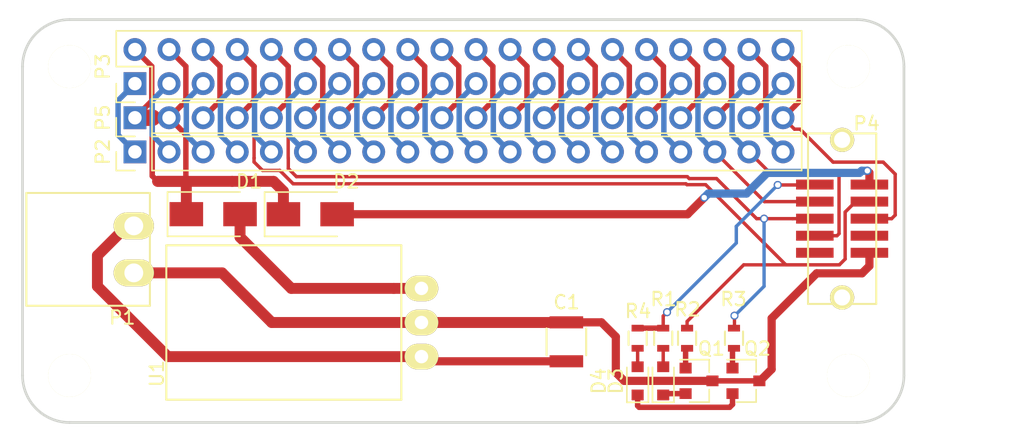
<source format=kicad_pcb>
(kicad_pcb (version 4) (host pcbnew 4.0.1-stable)

  (general
    (links 75)
    (no_connects 9)
    (area 60.5462 53.175 137.20536 86.675)
    (thickness 1.6)
    (drawings 8)
    (tracks 295)
    (zones 0)
    (modules 21)
    (nets 45)
  )

  (page A4)
  (title_block
    (title "SBV2-EB: Extension Board Name (File-> Page Settings)")
    (rev 1.0)
    (company Smoothieware.org)
  )

  (layers
    (0 F.Cu signal)
    (31 B.Cu signal)
    (32 B.Adhes user)
    (33 F.Adhes user)
    (34 B.Paste user)
    (35 F.Paste user)
    (36 B.SilkS user)
    (37 F.SilkS user)
    (38 B.Mask user)
    (39 F.Mask user)
    (40 Dwgs.User user)
    (41 Cmts.User user)
    (42 Eco1.User user)
    (43 Eco2.User user)
    (44 Edge.Cuts user)
    (45 Margin user)
    (46 B.CrtYd user)
    (47 F.CrtYd user)
    (48 B.Fab user)
    (49 F.Fab user)
  )

  (setup
    (last_trace_width 0.8128)
    (user_trace_width 0.254)
    (user_trace_width 0.4064)
    (user_trace_width 0.6096)
    (user_trace_width 0.8128)
    (user_trace_width 1.2192)
    (user_trace_width 1.6256)
    (trace_clearance 0.2)
    (zone_clearance 0.508)
    (zone_45_only no)
    (trace_min 0.2)
    (segment_width 0.2)
    (edge_width 0.2)
    (via_size 0.6)
    (via_drill 0.4)
    (via_min_size 0.4)
    (via_min_drill 0.3)
    (uvia_size 0.3)
    (uvia_drill 0.1)
    (uvias_allowed no)
    (uvia_min_size 0.2)
    (uvia_min_drill 0.1)
    (pcb_text_width 0.3)
    (pcb_text_size 1.5 1.5)
    (mod_edge_width 0.15)
    (mod_text_size 1 1)
    (mod_text_width 0.15)
    (pad_size 1.7 1.7)
    (pad_drill 1)
    (pad_to_mask_clearance 0.2)
    (aux_axis_origin 135 115)
    (visible_elements 7FFFFFFF)
    (pcbplotparams
      (layerselection 0x010ff_80000001)
      (usegerberextensions false)
      (excludeedgelayer true)
      (linewidth 0.100000)
      (plotframeref false)
      (viasonmask false)
      (mode 1)
      (useauxorigin true)
      (hpglpennumber 1)
      (hpglpenspeed 20)
      (hpglpendiameter 15)
      (hpglpenoverlay 2)
      (psnegative false)
      (psa4output false)
      (plotreference true)
      (plotvalue true)
      (plotinvisibletext false)
      (padsonsilk false)
      (subtractmaskfromsilk false)
      (outputformat 1)
      (mirror false)
      (drillshape 0)
      (scaleselection 1)
      (outputdirectory Gerbers/))
  )

  (net 0 "")
  (net 1 "Net-(C1-Pad1)")
  (net 2 GND)
  (net 3 +5V)
  (net 4 "Net-(D1-Pad2)")
  (net 5 "Net-(D2-Pad2)")
  (net 6 "Net-(D3-Pad1)")
  (net 7 "Net-(D3-Pad2)")
  (net 8 "Net-(D4-Pad1)")
  (net 9 "Net-(D4-Pad2)")
  (net 10 /3v3-pi)
  (net 11 /GPIO02)
  (net 12 /GPIO03)
  (net 13 /GPIO04)
  (net 14 /Ground)
  (net 15 /GPIO017)
  (net 16 /GPIO027)
  (net 17 /GPIO022)
  (net 18 /GPIO010)
  (net 19 /GPIO09)
  (net 20 /GPIO011)
  (net 21 /ID_SD)
  (net 22 /GPIO05)
  (net 23 /GPIO06)
  (net 24 /GPIO013)
  (net 25 /GPIO019)
  (net 26 /GPIO026)
  (net 27 /HTXSRX)
  (net 28 /HRXSTX)
  (net 29 /GPIO018)
  (net 30 /GPIO023)
  (net 31 /GPIO024)
  (net 32 /GPIO025)
  (net 33 /GPIO08)
  (net 34 /GPIO07)
  (net 35 /ID_SC)
  (net 36 /GPIO012)
  (net 37 /GPIO016)
  (net 38 /GPIO020)
  (net 39 /GPIO021)
  (net 40 /3v3-smoothie)
  (net 41 "Net-(P4-Pad8)")
  (net 42 "Net-(P4-Pad9)")
  (net 43 "Net-(Q1-Pad1)")
  (net 44 "Net-(Q2-Pad1)")

  (net_class Default "This is the default net class."
    (clearance 0.2)
    (trace_width 0.25)
    (via_dia 0.6)
    (via_drill 0.4)
    (uvia_dia 0.3)
    (uvia_drill 0.1)
    (add_net +5V)
    (add_net /3v3-pi)
    (add_net /3v3-smoothie)
    (add_net /GPIO010)
    (add_net /GPIO011)
    (add_net /GPIO012)
    (add_net /GPIO013)
    (add_net /GPIO016)
    (add_net /GPIO017)
    (add_net /GPIO018)
    (add_net /GPIO019)
    (add_net /GPIO02)
    (add_net /GPIO020)
    (add_net /GPIO021)
    (add_net /GPIO022)
    (add_net /GPIO023)
    (add_net /GPIO024)
    (add_net /GPIO025)
    (add_net /GPIO026)
    (add_net /GPIO027)
    (add_net /GPIO03)
    (add_net /GPIO04)
    (add_net /GPIO05)
    (add_net /GPIO06)
    (add_net /GPIO07)
    (add_net /GPIO08)
    (add_net /GPIO09)
    (add_net /Ground)
    (add_net /HRXSTX)
    (add_net /HTXSRX)
    (add_net /ID_SC)
    (add_net /ID_SD)
    (add_net GND)
    (add_net "Net-(C1-Pad1)")
    (add_net "Net-(D1-Pad2)")
    (add_net "Net-(D2-Pad2)")
    (add_net "Net-(D3-Pad1)")
    (add_net "Net-(D3-Pad2)")
    (add_net "Net-(D4-Pad1)")
    (add_net "Net-(D4-Pad2)")
    (add_net "Net-(P4-Pad8)")
    (add_net "Net-(P4-Pad9)")
    (add_net "Net-(Q1-Pad1)")
    (add_net "Net-(Q2-Pad1)")
  )

  (module Smoothie-Regulators:R-78HBx.x-x.xL (layer F.Cu) (tedit 58714005) (tstamp 58714398)
    (at 92.20708 77.55636 90)
    (path /5871E367)
    (fp_text reference U1 (at -3.8 -19.7 90) (layer F.SilkS)
      (effects (font (size 1 1) (thickness 0.15)))
    )
    (fp_text value R-78HB5.0-0.5L (at -0.1 -10.4 180) (layer F.Fab)
      (effects (font (size 1 1) (thickness 0.15)))
    )
    (fp_line (start -5.75 -19) (end -5.75 -1.5) (layer F.SilkS) (width 0.15))
    (fp_line (start 5.75 -1.5) (end 5.75 -19) (layer F.SilkS) (width 0.15))
    (fp_line (start -5.75 -1.5) (end 5.75 -1.5) (layer F.SilkS) (width 0.15))
    (fp_line (start -5.75 -19) (end 5.75 -19) (layer F.SilkS) (width 0.15))
    (pad 1 thru_hole oval (at -2.54 0 90) (size 1.9 2.5) (drill 1) (layers *.Cu *.Mask F.SilkS)
      (net 1 "Net-(C1-Pad1)"))
    (pad 2 thru_hole oval (at 0 0 90) (size 1.9 2.5) (drill 1) (layers *.Cu *.Mask F.SilkS)
      (net 2 GND))
    (pad 3 thru_hole oval (at 2.54 0 90) (size 1.9 2.5) (drill 1) (layers *.Cu *.Mask F.SilkS)
      (net 4 "Net-(D1-Pad2)"))
  )

  (module Mounting_Holes:MountingHole_3.2mm_M3 (layer F.Cu) (tedit 58715104) (tstamp 57242D5A)
    (at 66 81.5)
    (descr "Mounting Hole 3.2mm, no annular, M3")
    (tags "mounting hole 3.2mm no annular m3")
    (path /57224F8F)
    (fp_text reference M1 (at 0 -4.2) (layer F.SilkS) hide
      (effects (font (size 1 1) (thickness 0.15)))
    )
    (fp_text value MH_M3 (at 0 4.2) (layer F.Fab)
      (effects (font (size 1 1) (thickness 0.15)))
    )
    (fp_circle (center 0 0) (end 3.2 0) (layer Cmts.User) (width 0.15))
    (fp_circle (center 0 0) (end 3.45 0) (layer F.CrtYd) (width 0.05))
    (pad 1 np_thru_hole circle (at 0 0) (size 3.2 3.2) (drill 3.2) (layers *.Cu *.Mask F.SilkS))
  )

  (module Mounting_Holes:MountingHole_3.2mm_M3 (layer F.Cu) (tedit 587150FF) (tstamp 57242D60)
    (at 124 81.5)
    (descr "Mounting Hole 3.2mm, no annular, M3")
    (tags "mounting hole 3.2mm no annular m3")
    (path /5723E53D)
    (fp_text reference M2 (at 1.857 -3.903) (layer F.SilkS) hide
      (effects (font (size 1 1) (thickness 0.15)))
    )
    (fp_text value MH_M3 (at 0 4.2) (layer F.Fab)
      (effects (font (size 1 1) (thickness 0.15)))
    )
    (fp_circle (center 0 0) (end 3.2 0) (layer Cmts.User) (width 0.15))
    (fp_circle (center 0 0) (end 3.45 0) (layer F.CrtYd) (width 0.05))
    (pad 1 np_thru_hole circle (at 0 0) (size 3.2 3.2) (drill 3.2) (layers *.Cu *.Mask F.SilkS))
  )

  (module Mounting_Holes:MountingHole_3.2mm_M3 (layer F.Cu) (tedit 58715107) (tstamp 57242D66)
    (at 66 58.5)
    (descr "Mounting Hole 3.2mm, no annular, M3")
    (tags "mounting hole 3.2mm no annular m3")
    (path /5723E54E)
    (fp_text reference M3 (at 0 -4.2) (layer F.SilkS) hide
      (effects (font (size 1 1) (thickness 0.15)))
    )
    (fp_text value MH_M3 (at 0 4.2) (layer F.Fab)
      (effects (font (size 1 1) (thickness 0.15)))
    )
    (fp_circle (center 0 0) (end 3.2 0) (layer Cmts.User) (width 0.15))
    (fp_circle (center 0 0) (end 3.45 0) (layer F.CrtYd) (width 0.05))
    (pad 1 np_thru_hole circle (at 0 0) (size 3.2 3.2) (drill 3.2) (layers *.Cu *.Mask F.SilkS))
  )

  (module Mounting_Holes:MountingHole_3.2mm_M3 (layer F.Cu) (tedit 5871510A) (tstamp 57242D6C)
    (at 124 58.5)
    (descr "Mounting Hole 3.2mm, no annular, M3")
    (tags "mounting hole 3.2mm no annular m3")
    (path /5723E55F)
    (fp_text reference M4 (at 0 -4.2) (layer F.SilkS) hide
      (effects (font (size 1 1) (thickness 0.15)))
    )
    (fp_text value MH_M3 (at 0 4.2) (layer F.Fab)
      (effects (font (size 1 1) (thickness 0.15)))
    )
    (fp_circle (center 0 0) (end 3.2 0) (layer Cmts.User) (width 0.15))
    (fp_circle (center 0 0) (end 3.45 0) (layer F.CrtYd) (width 0.05))
    (pad 1 np_thru_hole circle (at 0 0) (size 3.2 3.2) (drill 3.2) (layers *.Cu *.Mask F.SilkS))
  )

  (module Resistors_SMD:R_1210 (layer F.Cu) (tedit 58307C54) (tstamp 587142DF)
    (at 102.997 78.994 90)
    (descr "Resistor SMD 1210, reflow soldering, Vishay (see dcrcw.pdf)")
    (tags "resistor 1210")
    (path /587129E0)
    (attr smd)
    (fp_text reference C1 (at 2.9486 0.01016 180) (layer F.SilkS)
      (effects (font (size 1 1) (thickness 0.15)))
    )
    (fp_text value 3.3uF/100V (at 0 2.7 90) (layer F.Fab)
      (effects (font (size 1 1) (thickness 0.15)))
    )
    (fp_line (start -1.6 1.25) (end -1.6 -1.25) (layer F.Fab) (width 0.1))
    (fp_line (start 1.6 1.25) (end -1.6 1.25) (layer F.Fab) (width 0.1))
    (fp_line (start 1.6 -1.25) (end 1.6 1.25) (layer F.Fab) (width 0.1))
    (fp_line (start -1.6 -1.25) (end 1.6 -1.25) (layer F.Fab) (width 0.1))
    (fp_line (start -2.2 -1.6) (end 2.2 -1.6) (layer F.CrtYd) (width 0.05))
    (fp_line (start -2.2 1.6) (end 2.2 1.6) (layer F.CrtYd) (width 0.05))
    (fp_line (start -2.2 -1.6) (end -2.2 1.6) (layer F.CrtYd) (width 0.05))
    (fp_line (start 2.2 -1.6) (end 2.2 1.6) (layer F.CrtYd) (width 0.05))
    (fp_line (start 1 1.475) (end -1 1.475) (layer F.SilkS) (width 0.15))
    (fp_line (start -1 -1.475) (end 1 -1.475) (layer F.SilkS) (width 0.15))
    (pad 1 smd rect (at -1.45 0 90) (size 0.9 2.5) (layers F.Cu F.Paste F.Mask)
      (net 1 "Net-(C1-Pad1)"))
    (pad 2 smd rect (at 1.45 0 90) (size 0.9 2.5) (layers F.Cu F.Paste F.Mask)
      (net 2 GND))
    (model Resistors_SMD.3dshapes/R_1210.wrl
      (at (xyz 0 0 0))
      (scale (xyz 1 1 1))
      (rotate (xyz 0 0 0))
    )
  )

  (module Diodes_SMD:SMA_Standard (layer F.Cu) (tedit 586432E5) (tstamp 587142E5)
    (at 76.69784 69.48932)
    (descr "Diode SMA")
    (tags "Diode SMA")
    (path /58712E68)
    (attr smd)
    (fp_text reference D1 (at 2.67716 -2.43332) (layer F.SilkS)
      (effects (font (size 1 1) (thickness 0.15)))
    )
    (fp_text value MBRA210LT3G (at 0 4.3) (layer F.Fab)
      (effects (font (size 1 1) (thickness 0.15)))
    )
    (fp_line (start -3.4 -1.65) (end -3.4 1.65) (layer F.SilkS) (width 0.12))
    (fp_line (start 2.3 1.5) (end -2.3 1.5) (layer F.Fab) (width 0.1))
    (fp_line (start -2.3 1.5) (end -2.3 -1.5) (layer F.Fab) (width 0.1))
    (fp_line (start 2.3 -1.5) (end 2.3 1.5) (layer F.Fab) (width 0.1))
    (fp_line (start 2.3 -1.5) (end -2.3 -1.5) (layer F.Fab) (width 0.1))
    (fp_line (start -3.5 -1.75) (end 3.5 -1.75) (layer F.CrtYd) (width 0.05))
    (fp_line (start 3.5 -1.75) (end 3.5 1.75) (layer F.CrtYd) (width 0.05))
    (fp_line (start 3.5 1.75) (end -3.5 1.75) (layer F.CrtYd) (width 0.05))
    (fp_line (start -3.5 1.75) (end -3.5 -1.75) (layer F.CrtYd) (width 0.05))
    (fp_line (start -0.64944 0.00102) (end -1.55114 0.00102) (layer F.Fab) (width 0.1))
    (fp_line (start 0.50118 0.00102) (end 1.4994 0.00102) (layer F.Fab) (width 0.1))
    (fp_line (start -0.64944 -0.79908) (end -0.64944 0.80112) (layer F.Fab) (width 0.1))
    (fp_line (start 0.50118 0.75032) (end 0.50118 -0.79908) (layer F.Fab) (width 0.1))
    (fp_line (start -0.64944 0.00102) (end 0.50118 0.75032) (layer F.Fab) (width 0.1))
    (fp_line (start -0.64944 0.00102) (end 0.50118 -0.79908) (layer F.Fab) (width 0.1))
    (fp_line (start -3.4 1.65) (end 2 1.65) (layer F.SilkS) (width 0.12))
    (fp_line (start -3.4 -1.65) (end 2 -1.65) (layer F.SilkS) (width 0.12))
    (pad 1 smd rect (at -2 0) (size 2.5 1.8) (layers F.Cu F.Paste F.Mask)
      (net 3 +5V))
    (pad 2 smd rect (at 2 0) (size 2.5 1.8) (layers F.Cu F.Paste F.Mask)
      (net 4 "Net-(D1-Pad2)"))
    (model Diodes_SMD.3dshapes/SMA_Standard.wrl
      (at (xyz 0 0 0))
      (scale (xyz 0.3937 0.3937 0.3937))
      (rotate (xyz 0 0 180))
    )
  )

  (module Diodes_SMD:SMA_Standard (layer F.Cu) (tedit 586432E5) (tstamp 587142EB)
    (at 83.92668 69.4944)
    (descr "Diode SMA")
    (tags "Diode SMA")
    (path /58715FA9)
    (attr smd)
    (fp_text reference D2 (at 2.68732 -2.4384) (layer F.SilkS)
      (effects (font (size 1 1) (thickness 0.15)))
    )
    (fp_text value MBRA210LT3G (at 0 4.3) (layer F.Fab)
      (effects (font (size 1 1) (thickness 0.15)))
    )
    (fp_line (start -3.4 -1.65) (end -3.4 1.65) (layer F.SilkS) (width 0.12))
    (fp_line (start 2.3 1.5) (end -2.3 1.5) (layer F.Fab) (width 0.1))
    (fp_line (start -2.3 1.5) (end -2.3 -1.5) (layer F.Fab) (width 0.1))
    (fp_line (start 2.3 -1.5) (end 2.3 1.5) (layer F.Fab) (width 0.1))
    (fp_line (start 2.3 -1.5) (end -2.3 -1.5) (layer F.Fab) (width 0.1))
    (fp_line (start -3.5 -1.75) (end 3.5 -1.75) (layer F.CrtYd) (width 0.05))
    (fp_line (start 3.5 -1.75) (end 3.5 1.75) (layer F.CrtYd) (width 0.05))
    (fp_line (start 3.5 1.75) (end -3.5 1.75) (layer F.CrtYd) (width 0.05))
    (fp_line (start -3.5 1.75) (end -3.5 -1.75) (layer F.CrtYd) (width 0.05))
    (fp_line (start -0.64944 0.00102) (end -1.55114 0.00102) (layer F.Fab) (width 0.1))
    (fp_line (start 0.50118 0.00102) (end 1.4994 0.00102) (layer F.Fab) (width 0.1))
    (fp_line (start -0.64944 -0.79908) (end -0.64944 0.80112) (layer F.Fab) (width 0.1))
    (fp_line (start 0.50118 0.75032) (end 0.50118 -0.79908) (layer F.Fab) (width 0.1))
    (fp_line (start -0.64944 0.00102) (end 0.50118 0.75032) (layer F.Fab) (width 0.1))
    (fp_line (start -0.64944 0.00102) (end 0.50118 -0.79908) (layer F.Fab) (width 0.1))
    (fp_line (start -3.4 1.65) (end 2 1.65) (layer F.SilkS) (width 0.12))
    (fp_line (start -3.4 -1.65) (end 2 -1.65) (layer F.SilkS) (width 0.12))
    (pad 1 smd rect (at -2 0) (size 2.5 1.8) (layers F.Cu F.Paste F.Mask)
      (net 3 +5V))
    (pad 2 smd rect (at 2 0) (size 2.5 1.8) (layers F.Cu F.Paste F.Mask)
      (net 5 "Net-(D2-Pad2)"))
    (model Diodes_SMD.3dshapes/SMA_Standard.wrl
      (at (xyz 0 0 0))
      (scale (xyz 0.3937 0.3937 0.3937))
      (rotate (xyz 0 0 180))
    )
  )

  (module Smoothie-Connectors:FCI_20020110-C021A01LF (layer F.Cu) (tedit 57725584) (tstamp 587142FD)
    (at 67.3862 72.1106 90)
    (path /58712C37)
    (fp_text reference P1 (at -5.08 2.54 180) (layer F.SilkS)
      (effects (font (size 1 1) (thickness 0.15)))
    )
    (fp_text value CONN_01X02 (at 0 -5.715 90) (layer F.Fab)
      (effects (font (size 1 1) (thickness 0.15)))
    )
    (fp_line (start -4.2 4.6) (end 4.2 4.6) (layer F.SilkS) (width 0.15))
    (fp_line (start 4.2 -4.6) (end 4.2 4.6) (layer F.SilkS) (width 0.15))
    (fp_line (start -4.2 -4.6) (end 4.2 -4.6) (layer F.SilkS) (width 0.15))
    (fp_line (start -4.2 -4.6) (end -4.2 4.6) (layer F.SilkS) (width 0.15))
    (pad 1 thru_hole oval (at -1.75 3.4 90) (size 2 3) (drill 1.4) (layers *.Cu *.Mask F.SilkS)
      (net 2 GND))
    (pad 2 thru_hole oval (at 1.75 3.4 90) (size 2 3) (drill 1.4) (layers *.Cu *.Mask F.SilkS)
      (net 1 "Net-(C1-Pad1)"))
    (model "D:/OneDrive/Til NAS/Projekter/KiCAD/3DModels/FCI-20020110-C021A01LF.wrl"
      (at (xyz -0.2125 0 0.14))
      (scale (xyz 0.3937 0.3937 0.3937))
      (rotate (xyz 0 0 0))
    )
  )

  (module Pin_Headers:Pin_Header_Straight_1x20_Pitch2.54mm (layer F.Cu) (tedit 5862ED52) (tstamp 58714315)
    (at 70.87 64.85 90)
    (descr "Through hole straight pin header, 1x20, 2.54mm pitch, single row")
    (tags "Through hole pin header THT 1x20 2.54mm single row")
    (path /5871336B)
    (fp_text reference P2 (at 0 -2.39 90) (layer F.SilkS)
      (effects (font (size 1 1) (thickness 0.15)))
    )
    (fp_text value CONN_01X20 (at 0 50.65 90) (layer F.Fab)
      (effects (font (size 1 1) (thickness 0.15)))
    )
    (fp_line (start -1.27 -1.27) (end -1.27 49.53) (layer F.Fab) (width 0.1))
    (fp_line (start -1.27 49.53) (end 1.27 49.53) (layer F.Fab) (width 0.1))
    (fp_line (start 1.27 49.53) (end 1.27 -1.27) (layer F.Fab) (width 0.1))
    (fp_line (start 1.27 -1.27) (end -1.27 -1.27) (layer F.Fab) (width 0.1))
    (fp_line (start -1.39 1.27) (end -1.39 49.65) (layer F.SilkS) (width 0.12))
    (fp_line (start -1.39 49.65) (end 1.39 49.65) (layer F.SilkS) (width 0.12))
    (fp_line (start 1.39 49.65) (end 1.39 1.27) (layer F.SilkS) (width 0.12))
    (fp_line (start 1.39 1.27) (end -1.39 1.27) (layer F.SilkS) (width 0.12))
    (fp_line (start -1.39 0) (end -1.39 -1.39) (layer F.SilkS) (width 0.12))
    (fp_line (start -1.39 -1.39) (end 0 -1.39) (layer F.SilkS) (width 0.12))
    (fp_line (start -1.6 -1.6) (end -1.6 49.8) (layer F.CrtYd) (width 0.05))
    (fp_line (start -1.6 49.8) (end 1.6 49.8) (layer F.CrtYd) (width 0.05))
    (fp_line (start 1.6 49.8) (end 1.6 -1.6) (layer F.CrtYd) (width 0.05))
    (fp_line (start 1.6 -1.6) (end -1.6 -1.6) (layer F.CrtYd) (width 0.05))
    (pad 1 thru_hole rect (at 0 0 90) (size 1.7 1.7) (drill 1) (layers *.Cu *.Mask)
      (net 10 /3v3-pi))
    (pad 2 thru_hole oval (at 0 2.54 90) (size 1.7 1.7) (drill 1) (layers *.Cu *.Mask)
      (net 11 /GPIO02))
    (pad 3 thru_hole oval (at 0 5.08 90) (size 1.7 1.7) (drill 1) (layers *.Cu *.Mask)
      (net 12 /GPIO03))
    (pad 4 thru_hole oval (at 0 7.62 90) (size 1.7 1.7) (drill 1) (layers *.Cu *.Mask)
      (net 13 /GPIO04))
    (pad 5 thru_hole oval (at 0 10.16 90) (size 1.7 1.7) (drill 1) (layers *.Cu *.Mask)
      (net 14 /Ground))
    (pad 6 thru_hole oval (at 0 12.7 90) (size 1.7 1.7) (drill 1) (layers *.Cu *.Mask)
      (net 15 /GPIO017))
    (pad 7 thru_hole oval (at 0 15.24 90) (size 1.7 1.7) (drill 1) (layers *.Cu *.Mask)
      (net 16 /GPIO027))
    (pad 8 thru_hole oval (at 0 17.78 90) (size 1.7 1.7) (drill 1) (layers *.Cu *.Mask)
      (net 17 /GPIO022))
    (pad 9 thru_hole oval (at 0 20.32 90) (size 1.7 1.7) (drill 1) (layers *.Cu *.Mask)
      (net 10 /3v3-pi))
    (pad 10 thru_hole oval (at 0 22.86 90) (size 1.7 1.7) (drill 1) (layers *.Cu *.Mask)
      (net 18 /GPIO010))
    (pad 11 thru_hole oval (at 0 25.4 90) (size 1.7 1.7) (drill 1) (layers *.Cu *.Mask)
      (net 19 /GPIO09))
    (pad 12 thru_hole oval (at 0 27.94 90) (size 1.7 1.7) (drill 1) (layers *.Cu *.Mask)
      (net 20 /GPIO011))
    (pad 13 thru_hole oval (at 0 30.48 90) (size 1.7 1.7) (drill 1) (layers *.Cu *.Mask)
      (net 14 /Ground))
    (pad 14 thru_hole oval (at 0 33.02 90) (size 1.7 1.7) (drill 1) (layers *.Cu *.Mask)
      (net 21 /ID_SD))
    (pad 15 thru_hole oval (at 0 35.56 90) (size 1.7 1.7) (drill 1) (layers *.Cu *.Mask)
      (net 22 /GPIO05))
    (pad 16 thru_hole oval (at 0 38.1 90) (size 1.7 1.7) (drill 1) (layers *.Cu *.Mask)
      (net 23 /GPIO06))
    (pad 17 thru_hole oval (at 0 40.64 90) (size 1.7 1.7) (drill 1) (layers *.Cu *.Mask)
      (net 24 /GPIO013))
    (pad 18 thru_hole oval (at 0 43.18 90) (size 1.7 1.7) (drill 1) (layers *.Cu *.Mask)
      (net 25 /GPIO019))
    (pad 19 thru_hole oval (at 0 45.72 90) (size 1.7 1.7) (drill 1) (layers *.Cu *.Mask)
      (net 26 /GPIO026))
    (pad 20 thru_hole oval (at 0 48.26 90) (size 1.7 1.7) (drill 1) (layers *.Cu *.Mask)
      (net 14 /Ground))
    (model Pin_Headers.3dshapes/Pin_Header_Straight_1x20_Pitch2.54mm.wrl
      (at (xyz 0 -0.95 0))
      (scale (xyz 1 1 1))
      (rotate (xyz 0 0 90))
    )
  )

  (module Pin_Headers:Pin_Header_Straight_2x20_Pitch2.54mm (layer F.Cu) (tedit 58714524) (tstamp 58714341)
    (at 70.87 59.77 90)
    (descr "Through hole straight pin header, 2x20, 2.54mm pitch, double rows")
    (tags "Through hole pin header THT 2x20 2.54mm double row")
    (path /58712800)
    (fp_text reference P3 (at 1.27 -2.39 90) (layer F.SilkS)
      (effects (font (size 1 1) (thickness 0.15)))
    )
    (fp_text value CONN_02X20 (at 1.27 50.65 90) (layer F.Fab)
      (effects (font (size 1 1) (thickness 0.15)))
    )
    (fp_line (start -1.27 -1.27) (end -1.27 49.53) (layer F.Fab) (width 0.1))
    (fp_line (start -1.27 49.53) (end 3.81 49.53) (layer F.Fab) (width 0.1))
    (fp_line (start 3.81 49.53) (end 3.81 -1.27) (layer F.Fab) (width 0.1))
    (fp_line (start 3.81 -1.27) (end -1.27 -1.27) (layer F.Fab) (width 0.1))
    (fp_line (start -1.39 1.27) (end -1.39 49.65) (layer F.SilkS) (width 0.12))
    (fp_line (start -1.39 49.65) (end 3.93 49.65) (layer F.SilkS) (width 0.12))
    (fp_line (start 3.93 49.65) (end 3.93 -1.39) (layer F.SilkS) (width 0.12))
    (fp_line (start 3.93 -1.39) (end 1.27 -1.39) (layer F.SilkS) (width 0.12))
    (fp_line (start 1.27 -1.39) (end 1.27 1.27) (layer F.SilkS) (width 0.12))
    (fp_line (start 1.27 1.27) (end -1.39 1.27) (layer F.SilkS) (width 0.12))
    (fp_line (start -1.39 0) (end -1.39 -1.39) (layer F.SilkS) (width 0.12))
    (fp_line (start -1.39 -1.39) (end 0 -1.39) (layer F.SilkS) (width 0.12))
    (fp_line (start -1.6 -1.6) (end -1.6 49.8) (layer F.CrtYd) (width 0.05))
    (fp_line (start -1.6 49.8) (end 4.1 49.8) (layer F.CrtYd) (width 0.05))
    (fp_line (start 4.1 49.8) (end 4.1 -1.6) (layer F.CrtYd) (width 0.05))
    (fp_line (start 4.1 -1.6) (end -1.6 -1.6) (layer F.CrtYd) (width 0.05))
    (pad 1 thru_hole rect (at 0 0 90) (size 1.7 1.7) (drill 1) (layers *.Cu *.Mask)
      (net 10 /3v3-pi))
    (pad 2 thru_hole oval (at 2.54 0 90) (size 1.7 1.7) (drill 1) (layers *.Cu *.Mask)
      (net 3 +5V))
    (pad 3 thru_hole oval (at 0 2.54 90) (size 1.7 1.7) (drill 1) (layers *.Cu *.Mask)
      (net 11 /GPIO02))
    (pad 4 thru_hole oval (at 2.54 2.54 90) (size 1.7 1.7) (drill 1) (layers *.Cu *.Mask)
      (net 3 +5V))
    (pad 5 thru_hole oval (at 0 5.08 90) (size 1.7 1.7) (drill 1) (layers *.Cu *.Mask)
      (net 12 /GPIO03))
    (pad 6 thru_hole oval (at 2.54 5.08 90) (size 1.7 1.7) (drill 1) (layers *.Cu *.Mask)
      (net 14 /Ground))
    (pad 7 thru_hole oval (at 0 7.62 90) (size 1.7 1.7) (drill 1) (layers *.Cu *.Mask)
      (net 13 /GPIO04))
    (pad 8 thru_hole oval (at 2.54 7.62 90) (size 1.7 1.7) (drill 1) (layers *.Cu *.Mask)
      (net 27 /HTXSRX))
    (pad 9 thru_hole oval (at 0 10.16 90) (size 1.7 1.7) (drill 1) (layers *.Cu *.Mask)
      (net 14 /Ground))
    (pad 10 thru_hole oval (at 2.54 10.16 90) (size 1.7 1.7) (drill 1) (layers *.Cu *.Mask)
      (net 28 /HRXSTX))
    (pad 11 thru_hole oval (at 0 12.7 90) (size 1.7 1.7) (drill 1) (layers *.Cu *.Mask)
      (net 15 /GPIO017))
    (pad 12 thru_hole oval (at 2.54 12.7 90) (size 1.7 1.7) (drill 1) (layers *.Cu *.Mask)
      (net 29 /GPIO018))
    (pad 13 thru_hole oval (at 0 15.24 90) (size 1.7 1.7) (drill 1) (layers *.Cu *.Mask)
      (net 16 /GPIO027))
    (pad 14 thru_hole oval (at 2.54 15.24 90) (size 1.7 1.7) (drill 1) (layers *.Cu *.Mask)
      (net 14 /Ground))
    (pad 15 thru_hole oval (at 0 17.78 90) (size 1.7 1.7) (drill 1) (layers *.Cu *.Mask)
      (net 17 /GPIO022))
    (pad 16 thru_hole oval (at 2.54 17.78 90) (size 1.7 1.7) (drill 1) (layers *.Cu *.Mask)
      (net 30 /GPIO023))
    (pad 17 thru_hole oval (at 0 20.32 90) (size 1.7 1.7) (drill 1) (layers *.Cu *.Mask)
      (net 10 /3v3-pi))
    (pad 18 thru_hole oval (at 2.54 20.32 90) (size 1.7 1.7) (drill 1) (layers *.Cu *.Mask)
      (net 31 /GPIO024))
    (pad 19 thru_hole oval (at 0 22.86 90) (size 1.7 1.7) (drill 1) (layers *.Cu *.Mask)
      (net 18 /GPIO010))
    (pad 20 thru_hole oval (at 2.54 22.86 90) (size 1.7 1.7) (drill 1) (layers *.Cu *.Mask)
      (net 14 /Ground))
    (pad 21 thru_hole oval (at 0 25.4 90) (size 1.7 1.7) (drill 1) (layers *.Cu *.Mask)
      (net 19 /GPIO09))
    (pad 22 thru_hole oval (at 2.54 25.4 90) (size 1.7 1.7) (drill 1) (layers *.Cu *.Mask)
      (net 32 /GPIO025))
    (pad 23 thru_hole oval (at 0 27.94 90) (size 1.7 1.7) (drill 1) (layers *.Cu *.Mask)
      (net 20 /GPIO011))
    (pad 24 thru_hole oval (at 2.54 27.94 90) (size 1.7 1.7) (drill 1) (layers *.Cu *.Mask)
      (net 33 /GPIO08))
    (pad 25 thru_hole oval (at 0 30.48 90) (size 1.7 1.7) (drill 1) (layers *.Cu *.Mask)
      (net 14 /Ground))
    (pad 26 thru_hole oval (at 2.54 30.48 90) (size 1.7 1.7) (drill 1) (layers *.Cu *.Mask)
      (net 34 /GPIO07))
    (pad 27 thru_hole oval (at 0 33.02 90) (size 1.7 1.7) (drill 1) (layers *.Cu *.Mask)
      (net 21 /ID_SD))
    (pad 28 thru_hole oval (at 2.54 33.02 90) (size 1.7 1.7) (drill 1) (layers *.Cu *.Mask)
      (net 35 /ID_SC))
    (pad 29 thru_hole oval (at 0 35.56 90) (size 1.7 1.7) (drill 1) (layers *.Cu *.Mask)
      (net 22 /GPIO05))
    (pad 30 thru_hole oval (at 2.54 35.56 90) (size 1.7 1.7) (drill 1) (layers *.Cu *.Mask)
      (net 14 /Ground))
    (pad 31 thru_hole oval (at 0 38.1 90) (size 1.7 1.7) (drill 1) (layers *.Cu *.Mask)
      (net 23 /GPIO06))
    (pad 32 thru_hole oval (at 2.54 38.1 90) (size 1.7 1.7) (drill 1) (layers *.Cu *.Mask)
      (net 36 /GPIO012))
    (pad 33 thru_hole oval (at 0 40.64 90) (size 1.7 1.7) (drill 1) (layers *.Cu *.Mask)
      (net 24 /GPIO013))
    (pad 34 thru_hole oval (at 2.54 40.64 90) (size 1.7 1.7) (drill 1) (layers *.Cu *.Mask)
      (net 14 /Ground))
    (pad 35 thru_hole oval (at 0 43.18 90) (size 1.7 1.7) (drill 1) (layers *.Cu *.Mask)
      (net 25 /GPIO019))
    (pad 36 thru_hole oval (at 2.54 43.18 90) (size 1.7 1.7) (drill 1) (layers *.Cu *.Mask)
      (net 37 /GPIO016))
    (pad 37 thru_hole oval (at 0 45.72 90) (size 1.7 1.7) (drill 1) (layers *.Cu *.Mask)
      (net 26 /GPIO026))
    (pad 38 thru_hole oval (at 2.54 45.72 90) (size 1.7 1.7) (drill 1) (layers *.Cu *.Mask)
      (net 38 /GPIO020))
    (pad 39 thru_hole oval (at 0 48.26 90) (size 1.7 1.7) (drill 1) (layers *.Cu *.Mask)
      (net 14 /Ground))
    (pad 40 thru_hole oval (at 2.54 48.26 90) (size 1.7 1.7) (drill 1) (layers *.Cu *.Mask)
      (net 39 /GPIO021))
    (model Pin_Headers.3dshapes/Pin_Header_Straight_2x20_Pitch2.54mm.wrl
      (at (xyz 0.05 -0.95 0))
      (scale (xyz 1 1 1))
      (rotate (xyz 0 0 90))
    )
  )

  (module Smoothie-Connectors:SHF-105-01-L-D-SM-LC (layer F.Cu) (tedit 5770063E) (tstamp 58714351)
    (at 123.53036 69.8246 270)
    (path /58712882)
    (fp_text reference P4 (at -7.0866 -1.81864 360) (layer F.SilkS)
      (effects (font (size 1 1) (thickness 0.15)))
    )
    (fp_text value CONN_02X05 (at 0.762 -12.7 270) (layer F.Fab)
      (effects (font (size 1 1) (thickness 0.15)))
    )
    (fp_line (start -6.35 -2.54) (end 6.35 -2.54) (layer F.SilkS) (width 0.15))
    (fp_line (start 6.35 -2.54) (end 6.35 2.54) (layer F.SilkS) (width 0.15))
    (fp_line (start -6.35 2.54) (end 6.35 2.54) (layer F.SilkS) (width 0.15))
    (fp_line (start -6.35 -2.54) (end -6.35 2.54) (layer F.SilkS) (width 0.15))
    (pad 11 thru_hole circle (at -5.8675 0 270) (size 1.8 1.8) (drill 1.2) (layers *.Cu *.Mask F.SilkS))
    (pad 11 thru_hole circle (at 5.8675 0 270) (size 1.8 1.8) (drill 1.2) (layers *.Cu *.Mask F.SilkS))
    (pad 1 smd rect (at -2.54 2.0325 270) (size 0.74 2.795) (layers F.Cu F.Paste F.Mask)
      (net 40 /3v3-smoothie))
    (pad 2 smd rect (at -2.54 -2.0325 270) (size 0.74 2.795) (layers F.Cu F.Paste F.Mask)
      (net 5 "Net-(D2-Pad2)"))
    (pad 3 smd rect (at -1.27 2.0325 270) (size 0.74 2.795) (layers F.Cu F.Paste F.Mask)
      (net 25 /GPIO019))
    (pad 4 smd rect (at -1.27 -2.0325 270) (size 0.74 2.795) (layers F.Cu F.Paste F.Mask)
      (net 27 /HTXSRX))
    (pad 5 smd rect (at 0 2.0325 270) (size 0.74 2.795) (layers F.Cu F.Paste F.Mask)
      (net 28 /HRXSTX))
    (pad 6 smd rect (at 0 -2.0325 270) (size 0.74 2.795) (layers F.Cu F.Paste F.Mask)
      (net 39 /GPIO021))
    (pad 7 smd rect (at 1.27 2.0325 270) (size 0.74 2.795) (layers F.Cu F.Paste F.Mask)
      (net 26 /GPIO026))
    (pad 8 smd rect (at 1.27 -2.0325 270) (size 0.74 2.795) (layers F.Cu F.Paste F.Mask)
      (net 41 "Net-(P4-Pad8)"))
    (pad 9 smd rect (at 2.54 2.0325 270) (size 0.74 2.795) (layers F.Cu F.Paste F.Mask)
      (net 42 "Net-(P4-Pad9)"))
    (pad 10 smd rect (at 2.54 -2.0325 270) (size 0.74 2.795) (layers F.Cu F.Paste F.Mask)
      (net 2 GND))
    (model "D:/OneDrive/Til NAS/Projekter/KiCAD/3DModels/SHF-105-01-L-D-SM-LC.wrl"
      (at (xyz 0 0 0))
      (scale (xyz 0.3937 0.3937 0.3937))
      (rotate (xyz 90 180 180))
    )
  )

  (module Pin_Headers:Pin_Header_Straight_1x20_Pitch2.54mm (layer F.Cu) (tedit 5862ED52) (tstamp 58714369)
    (at 70.87 62.31 90)
    (descr "Through hole straight pin header, 1x20, 2.54mm pitch, single row")
    (tags "Through hole pin header THT 1x20 2.54mm single row")
    (path /58713098)
    (fp_text reference P5 (at 0 -2.39 90) (layer F.SilkS)
      (effects (font (size 1 1) (thickness 0.15)))
    )
    (fp_text value CONN_01X20 (at 0 50.65 90) (layer F.Fab)
      (effects (font (size 1 1) (thickness 0.15)))
    )
    (fp_line (start -1.27 -1.27) (end -1.27 49.53) (layer F.Fab) (width 0.1))
    (fp_line (start -1.27 49.53) (end 1.27 49.53) (layer F.Fab) (width 0.1))
    (fp_line (start 1.27 49.53) (end 1.27 -1.27) (layer F.Fab) (width 0.1))
    (fp_line (start 1.27 -1.27) (end -1.27 -1.27) (layer F.Fab) (width 0.1))
    (fp_line (start -1.39 1.27) (end -1.39 49.65) (layer F.SilkS) (width 0.12))
    (fp_line (start -1.39 49.65) (end 1.39 49.65) (layer F.SilkS) (width 0.12))
    (fp_line (start 1.39 49.65) (end 1.39 1.27) (layer F.SilkS) (width 0.12))
    (fp_line (start 1.39 1.27) (end -1.39 1.27) (layer F.SilkS) (width 0.12))
    (fp_line (start -1.39 0) (end -1.39 -1.39) (layer F.SilkS) (width 0.12))
    (fp_line (start -1.39 -1.39) (end 0 -1.39) (layer F.SilkS) (width 0.12))
    (fp_line (start -1.6 -1.6) (end -1.6 49.8) (layer F.CrtYd) (width 0.05))
    (fp_line (start -1.6 49.8) (end 1.6 49.8) (layer F.CrtYd) (width 0.05))
    (fp_line (start 1.6 49.8) (end 1.6 -1.6) (layer F.CrtYd) (width 0.05))
    (fp_line (start 1.6 -1.6) (end -1.6 -1.6) (layer F.CrtYd) (width 0.05))
    (pad 1 thru_hole rect (at 0 0 90) (size 1.7 1.7) (drill 1) (layers *.Cu *.Mask)
      (net 3 +5V))
    (pad 2 thru_hole oval (at 0 2.54 90) (size 1.7 1.7) (drill 1) (layers *.Cu *.Mask)
      (net 3 +5V))
    (pad 3 thru_hole oval (at 0 5.08 90) (size 1.7 1.7) (drill 1) (layers *.Cu *.Mask)
      (net 14 /Ground))
    (pad 4 thru_hole oval (at 0 7.62 90) (size 1.7 1.7) (drill 1) (layers *.Cu *.Mask)
      (net 27 /HTXSRX))
    (pad 5 thru_hole oval (at 0 10.16 90) (size 1.7 1.7) (drill 1) (layers *.Cu *.Mask)
      (net 28 /HRXSTX))
    (pad 6 thru_hole oval (at 0 12.7 90) (size 1.7 1.7) (drill 1) (layers *.Cu *.Mask)
      (net 29 /GPIO018))
    (pad 7 thru_hole oval (at 0 15.24 90) (size 1.7 1.7) (drill 1) (layers *.Cu *.Mask)
      (net 14 /Ground))
    (pad 8 thru_hole oval (at 0 17.78 90) (size 1.7 1.7) (drill 1) (layers *.Cu *.Mask)
      (net 30 /GPIO023))
    (pad 9 thru_hole oval (at 0 20.32 90) (size 1.7 1.7) (drill 1) (layers *.Cu *.Mask)
      (net 31 /GPIO024))
    (pad 10 thru_hole oval (at 0 22.86 90) (size 1.7 1.7) (drill 1) (layers *.Cu *.Mask)
      (net 14 /Ground))
    (pad 11 thru_hole oval (at 0 25.4 90) (size 1.7 1.7) (drill 1) (layers *.Cu *.Mask)
      (net 32 /GPIO025))
    (pad 12 thru_hole oval (at 0 27.94 90) (size 1.7 1.7) (drill 1) (layers *.Cu *.Mask)
      (net 33 /GPIO08))
    (pad 13 thru_hole oval (at 0 30.48 90) (size 1.7 1.7) (drill 1) (layers *.Cu *.Mask)
      (net 34 /GPIO07))
    (pad 14 thru_hole oval (at 0 33.02 90) (size 1.7 1.7) (drill 1) (layers *.Cu *.Mask)
      (net 35 /ID_SC))
    (pad 15 thru_hole oval (at 0 35.56 90) (size 1.7 1.7) (drill 1) (layers *.Cu *.Mask)
      (net 14 /Ground))
    (pad 16 thru_hole oval (at 0 38.1 90) (size 1.7 1.7) (drill 1) (layers *.Cu *.Mask)
      (net 36 /GPIO012))
    (pad 17 thru_hole oval (at 0 40.64 90) (size 1.7 1.7) (drill 1) (layers *.Cu *.Mask)
      (net 14 /Ground))
    (pad 18 thru_hole oval (at 0 43.18 90) (size 1.7 1.7) (drill 1) (layers *.Cu *.Mask)
      (net 37 /GPIO016))
    (pad 19 thru_hole oval (at 0 45.72 90) (size 1.7 1.7) (drill 1) (layers *.Cu *.Mask)
      (net 38 /GPIO020))
    (pad 20 thru_hole oval (at 0 48.26 90) (size 1.7 1.7) (drill 1) (layers *.Cu *.Mask)
      (net 39 /GPIO021))
    (model Pin_Headers.3dshapes/Pin_Header_Straight_1x20_Pitch2.54mm.wrl
      (at (xyz 0 -0.95 0))
      (scale (xyz 1 1 1))
      (rotate (xyz 0 0 90))
    )
  )

  (module Diodes_SMD:D_0805 (layer F.Cu) (tedit 586A4032) (tstamp 58715AD0)
    (at 110.20806 81.9023 90)
    (descr "Diode SMD in 0805 package")
    (tags "smd diode")
    (path /587198ED)
    (attr smd)
    (fp_text reference D3 (at -0.0127 -3.52806 270) (layer F.SilkS)
      (effects (font (size 1 1) (thickness 0.15)))
    )
    (fp_text value LED (at 0 -1.6 90) (layer F.Fab)
      (effects (font (size 1 1) (thickness 0.15)))
    )
    (fp_line (start -1.6 -0.8) (end -1.6 0.8) (layer F.SilkS) (width 0.12))
    (fp_line (start -1.7 0.88) (end -1.7 -0.88) (layer F.CrtYd) (width 0.05))
    (fp_line (start 1.7 0.88) (end -1.7 0.88) (layer F.CrtYd) (width 0.05))
    (fp_line (start 1.7 -0.88) (end 1.7 0.88) (layer F.CrtYd) (width 0.05))
    (fp_line (start -1.7 -0.88) (end 1.7 -0.88) (layer F.CrtYd) (width 0.05))
    (fp_line (start 0.2 0) (end 0.4 0) (layer F.Fab) (width 0.1))
    (fp_line (start -0.1 0) (end -0.3 0) (layer F.Fab) (width 0.1))
    (fp_line (start -0.1 -0.2) (end -0.1 0.2) (layer F.Fab) (width 0.1))
    (fp_line (start 0.2 0.2) (end 0.2 -0.2) (layer F.Fab) (width 0.1))
    (fp_line (start -0.1 0) (end 0.2 0.2) (layer F.Fab) (width 0.1))
    (fp_line (start 0.2 -0.2) (end -0.1 0) (layer F.Fab) (width 0.1))
    (fp_line (start -1 0.625) (end -1 -0.625) (layer F.Fab) (width 0.12))
    (fp_line (start 1 0.625) (end -1 0.625) (layer F.Fab) (width 0.12))
    (fp_line (start 1 -0.625) (end 1 0.625) (layer F.Fab) (width 0.12))
    (fp_line (start -1 -0.625) (end 1 -0.625) (layer F.Fab) (width 0.12))
    (fp_line (start -1.6 0.8) (end 1 0.8) (layer F.SilkS) (width 0.12))
    (fp_line (start -1.6 -0.8) (end 1 -0.8) (layer F.SilkS) (width 0.12))
    (pad 1 smd rect (at -1.05 0 90) (size 0.8 0.9) (layers F.Cu F.Paste F.Mask)
      (net 6 "Net-(D3-Pad1)"))
    (pad 2 smd rect (at 1.05 0 90) (size 0.8 0.9) (layers F.Cu F.Paste F.Mask)
      (net 7 "Net-(D3-Pad2)"))
  )

  (module Diodes_SMD:D_0805 (layer F.Cu) (tedit 586A4032) (tstamp 58715AD6)
    (at 108.30306 81.9023 90)
    (descr "Diode SMD in 0805 package")
    (tags "smd diode")
    (path /58719F32)
    (attr smd)
    (fp_text reference D4 (at -0.0127 -2.89306 90) (layer F.SilkS)
      (effects (font (size 1 1) (thickness 0.15)))
    )
    (fp_text value LED (at 0 -1.6 90) (layer F.Fab)
      (effects (font (size 1 1) (thickness 0.15)))
    )
    (fp_line (start -1.6 -0.8) (end -1.6 0.8) (layer F.SilkS) (width 0.12))
    (fp_line (start -1.7 0.88) (end -1.7 -0.88) (layer F.CrtYd) (width 0.05))
    (fp_line (start 1.7 0.88) (end -1.7 0.88) (layer F.CrtYd) (width 0.05))
    (fp_line (start 1.7 -0.88) (end 1.7 0.88) (layer F.CrtYd) (width 0.05))
    (fp_line (start -1.7 -0.88) (end 1.7 -0.88) (layer F.CrtYd) (width 0.05))
    (fp_line (start 0.2 0) (end 0.4 0) (layer F.Fab) (width 0.1))
    (fp_line (start -0.1 0) (end -0.3 0) (layer F.Fab) (width 0.1))
    (fp_line (start -0.1 -0.2) (end -0.1 0.2) (layer F.Fab) (width 0.1))
    (fp_line (start 0.2 0.2) (end 0.2 -0.2) (layer F.Fab) (width 0.1))
    (fp_line (start -0.1 0) (end 0.2 0.2) (layer F.Fab) (width 0.1))
    (fp_line (start 0.2 -0.2) (end -0.1 0) (layer F.Fab) (width 0.1))
    (fp_line (start -1 0.625) (end -1 -0.625) (layer F.Fab) (width 0.12))
    (fp_line (start 1 0.625) (end -1 0.625) (layer F.Fab) (width 0.12))
    (fp_line (start 1 -0.625) (end 1 0.625) (layer F.Fab) (width 0.12))
    (fp_line (start -1 -0.625) (end 1 -0.625) (layer F.Fab) (width 0.12))
    (fp_line (start -1.6 0.8) (end 1 0.8) (layer F.SilkS) (width 0.12))
    (fp_line (start -1.6 -0.8) (end 1 -0.8) (layer F.SilkS) (width 0.12))
    (pad 1 smd rect (at -1.05 0 90) (size 0.8 0.9) (layers F.Cu F.Paste F.Mask)
      (net 8 "Net-(D4-Pad1)"))
    (pad 2 smd rect (at 1.05 0 90) (size 0.8 0.9) (layers F.Cu F.Paste F.Mask)
      (net 9 "Net-(D4-Pad2)"))
  )

  (module TO_SOT_Packages_SMD:SOT-23 (layer F.Cu) (tedit 583F39EB) (tstamp 58715ADD)
    (at 112.87506 81.9023)
    (descr "SOT-23, Standard")
    (tags SOT-23)
    (path /58719783)
    (attr smd)
    (fp_text reference Q1 (at 0.91694 -2.4003) (layer F.SilkS)
      (effects (font (size 1 1) (thickness 0.15)))
    )
    (fp_text value ZXMN4A06GTA (at 0 2.5) (layer F.Fab)
      (effects (font (size 1 1) (thickness 0.15)))
    )
    (fp_line (start 0.76 1.58) (end 0.76 0.65) (layer F.SilkS) (width 0.12))
    (fp_line (start 0.76 -1.58) (end 0.76 -0.65) (layer F.SilkS) (width 0.12))
    (fp_line (start 0.7 -1.52) (end 0.7 1.52) (layer F.Fab) (width 0.15))
    (fp_line (start -0.7 1.52) (end 0.7 1.52) (layer F.Fab) (width 0.15))
    (fp_line (start -1.7 -1.75) (end 1.7 -1.75) (layer F.CrtYd) (width 0.05))
    (fp_line (start 1.7 -1.75) (end 1.7 1.75) (layer F.CrtYd) (width 0.05))
    (fp_line (start 1.7 1.75) (end -1.7 1.75) (layer F.CrtYd) (width 0.05))
    (fp_line (start -1.7 1.75) (end -1.7 -1.75) (layer F.CrtYd) (width 0.05))
    (fp_line (start 0.76 -1.58) (end -1.4 -1.58) (layer F.SilkS) (width 0.12))
    (fp_line (start -0.7 -1.52) (end 0.7 -1.52) (layer F.Fab) (width 0.15))
    (fp_line (start -0.7 -1.52) (end -0.7 1.52) (layer F.Fab) (width 0.15))
    (fp_line (start 0.76 1.58) (end -0.7 1.58) (layer F.SilkS) (width 0.12))
    (pad 1 smd rect (at -1 -0.95) (size 0.9 0.8) (layers F.Cu F.Paste F.Mask)
      (net 43 "Net-(Q1-Pad1)"))
    (pad 2 smd rect (at -1 0.95) (size 0.9 0.8) (layers F.Cu F.Paste F.Mask)
      (net 6 "Net-(D3-Pad1)"))
    (pad 3 smd rect (at 1 0) (size 0.9 0.8) (layers F.Cu F.Paste F.Mask)
      (net 2 GND))
    (model TO_SOT_Packages_SMD.3dshapes/SOT-23.wrl
      (at (xyz 0 0 0))
      (scale (xyz 1 1 1))
      (rotate (xyz 0 0 90))
    )
  )

  (module TO_SOT_Packages_SMD:SOT-23 (layer F.Cu) (tedit 583F39EB) (tstamp 58715AE4)
    (at 116.36756 81.9023)
    (descr "SOT-23, Standard")
    (tags SOT-23)
    (path /58719F2C)
    (attr smd)
    (fp_text reference Q2 (at 0.85344 -2.4003) (layer F.SilkS)
      (effects (font (size 1 1) (thickness 0.15)))
    )
    (fp_text value ZXMN4A06GTA (at 0 2.5) (layer F.Fab)
      (effects (font (size 1 1) (thickness 0.15)))
    )
    (fp_line (start 0.76 1.58) (end 0.76 0.65) (layer F.SilkS) (width 0.12))
    (fp_line (start 0.76 -1.58) (end 0.76 -0.65) (layer F.SilkS) (width 0.12))
    (fp_line (start 0.7 -1.52) (end 0.7 1.52) (layer F.Fab) (width 0.15))
    (fp_line (start -0.7 1.52) (end 0.7 1.52) (layer F.Fab) (width 0.15))
    (fp_line (start -1.7 -1.75) (end 1.7 -1.75) (layer F.CrtYd) (width 0.05))
    (fp_line (start 1.7 -1.75) (end 1.7 1.75) (layer F.CrtYd) (width 0.05))
    (fp_line (start 1.7 1.75) (end -1.7 1.75) (layer F.CrtYd) (width 0.05))
    (fp_line (start -1.7 1.75) (end -1.7 -1.75) (layer F.CrtYd) (width 0.05))
    (fp_line (start 0.76 -1.58) (end -1.4 -1.58) (layer F.SilkS) (width 0.12))
    (fp_line (start -0.7 -1.52) (end 0.7 -1.52) (layer F.Fab) (width 0.15))
    (fp_line (start -0.7 -1.52) (end -0.7 1.52) (layer F.Fab) (width 0.15))
    (fp_line (start 0.76 1.58) (end -0.7 1.58) (layer F.SilkS) (width 0.12))
    (pad 1 smd rect (at -1 -0.95) (size 0.9 0.8) (layers F.Cu F.Paste F.Mask)
      (net 44 "Net-(Q2-Pad1)"))
    (pad 2 smd rect (at -1 0.95) (size 0.9 0.8) (layers F.Cu F.Paste F.Mask)
      (net 8 "Net-(D4-Pad1)"))
    (pad 3 smd rect (at 1 0) (size 0.9 0.8) (layers F.Cu F.Paste F.Mask)
      (net 2 GND))
    (model TO_SOT_Packages_SMD.3dshapes/SOT-23.wrl
      (at (xyz 0 0 0))
      (scale (xyz 1 1 1))
      (rotate (xyz 0 0 90))
    )
  )

  (module Resistors_SMD:R_0603 (layer F.Cu) (tedit 58307A47) (tstamp 58715AEA)
    (at 110.20806 78.7273 270)
    (descr "Resistor SMD 0603, reflow soldering, Vishay (see dcrcw.pdf)")
    (tags "resistor 0603")
    (path /58719B4A)
    (attr smd)
    (fp_text reference R1 (at -2.9083 -0.02794 360) (layer F.SilkS)
      (effects (font (size 1 1) (thickness 0.15)))
    )
    (fp_text value 8.2K (at 0 1.9 270) (layer F.Fab)
      (effects (font (size 1 1) (thickness 0.15)))
    )
    (fp_line (start -0.8 0.4) (end -0.8 -0.4) (layer F.Fab) (width 0.1))
    (fp_line (start 0.8 0.4) (end -0.8 0.4) (layer F.Fab) (width 0.1))
    (fp_line (start 0.8 -0.4) (end 0.8 0.4) (layer F.Fab) (width 0.1))
    (fp_line (start -0.8 -0.4) (end 0.8 -0.4) (layer F.Fab) (width 0.1))
    (fp_line (start -1.3 -0.8) (end 1.3 -0.8) (layer F.CrtYd) (width 0.05))
    (fp_line (start -1.3 0.8) (end 1.3 0.8) (layer F.CrtYd) (width 0.05))
    (fp_line (start -1.3 -0.8) (end -1.3 0.8) (layer F.CrtYd) (width 0.05))
    (fp_line (start 1.3 -0.8) (end 1.3 0.8) (layer F.CrtYd) (width 0.05))
    (fp_line (start 0.5 0.675) (end -0.5 0.675) (layer F.SilkS) (width 0.15))
    (fp_line (start -0.5 -0.675) (end 0.5 -0.675) (layer F.SilkS) (width 0.15))
    (pad 1 smd rect (at -0.75 0 270) (size 0.5 0.9) (layers F.Cu F.Paste F.Mask)
      (net 40 /3v3-smoothie))
    (pad 2 smd rect (at 0.75 0 270) (size 0.5 0.9) (layers F.Cu F.Paste F.Mask)
      (net 7 "Net-(D3-Pad2)"))
    (model Resistors_SMD.3dshapes/R_0603.wrl
      (at (xyz 0 0 0))
      (scale (xyz 1 1 1))
      (rotate (xyz 0 0 0))
    )
  )

  (module Resistors_SMD:R_0603 (layer F.Cu) (tedit 58307A47) (tstamp 58715AF0)
    (at 111.98606 78.7273 270)
    (descr "Resistor SMD 0603, reflow soldering, Vishay (see dcrcw.pdf)")
    (tags "resistor 0603")
    (path /5871B770)
    (attr smd)
    (fp_text reference R2 (at -2.1463 -0.02794 360) (layer F.SilkS)
      (effects (font (size 1 1) (thickness 0.15)))
    )
    (fp_text value 8.2K (at 0 1.9 270) (layer F.Fab)
      (effects (font (size 1 1) (thickness 0.15)))
    )
    (fp_line (start -0.8 0.4) (end -0.8 -0.4) (layer F.Fab) (width 0.1))
    (fp_line (start 0.8 0.4) (end -0.8 0.4) (layer F.Fab) (width 0.1))
    (fp_line (start 0.8 -0.4) (end 0.8 0.4) (layer F.Fab) (width 0.1))
    (fp_line (start -0.8 -0.4) (end 0.8 -0.4) (layer F.Fab) (width 0.1))
    (fp_line (start -1.3 -0.8) (end 1.3 -0.8) (layer F.CrtYd) (width 0.05))
    (fp_line (start -1.3 0.8) (end 1.3 0.8) (layer F.CrtYd) (width 0.05))
    (fp_line (start -1.3 -0.8) (end -1.3 0.8) (layer F.CrtYd) (width 0.05))
    (fp_line (start 1.3 -0.8) (end 1.3 0.8) (layer F.CrtYd) (width 0.05))
    (fp_line (start 0.5 0.675) (end -0.5 0.675) (layer F.SilkS) (width 0.15))
    (fp_line (start -0.5 -0.675) (end 0.5 -0.675) (layer F.SilkS) (width 0.15))
    (pad 1 smd rect (at -0.75 0 270) (size 0.5 0.9) (layers F.Cu F.Paste F.Mask)
      (net 27 /HTXSRX))
    (pad 2 smd rect (at 0.75 0 270) (size 0.5 0.9) (layers F.Cu F.Paste F.Mask)
      (net 43 "Net-(Q1-Pad1)"))
    (model Resistors_SMD.3dshapes/R_0603.wrl
      (at (xyz 0 0 0))
      (scale (xyz 1 1 1))
      (rotate (xyz 0 0 0))
    )
  )

  (module Resistors_SMD:R_0603 (layer F.Cu) (tedit 58307A47) (tstamp 58715AF6)
    (at 115.47856 78.7273 270)
    (descr "Resistor SMD 0603, reflow soldering, Vishay (see dcrcw.pdf)")
    (tags "resistor 0603")
    (path /5871B892)
    (attr smd)
    (fp_text reference R3 (at -2.9083 0.03556 360) (layer F.SilkS)
      (effects (font (size 1 1) (thickness 0.15)))
    )
    (fp_text value 8.2K (at 0 1.9 270) (layer F.Fab)
      (effects (font (size 1 1) (thickness 0.15)))
    )
    (fp_line (start -0.8 0.4) (end -0.8 -0.4) (layer F.Fab) (width 0.1))
    (fp_line (start 0.8 0.4) (end -0.8 0.4) (layer F.Fab) (width 0.1))
    (fp_line (start 0.8 -0.4) (end 0.8 0.4) (layer F.Fab) (width 0.1))
    (fp_line (start -0.8 -0.4) (end 0.8 -0.4) (layer F.Fab) (width 0.1))
    (fp_line (start -1.3 -0.8) (end 1.3 -0.8) (layer F.CrtYd) (width 0.05))
    (fp_line (start -1.3 0.8) (end 1.3 0.8) (layer F.CrtYd) (width 0.05))
    (fp_line (start -1.3 -0.8) (end -1.3 0.8) (layer F.CrtYd) (width 0.05))
    (fp_line (start 1.3 -0.8) (end 1.3 0.8) (layer F.CrtYd) (width 0.05))
    (fp_line (start 0.5 0.675) (end -0.5 0.675) (layer F.SilkS) (width 0.15))
    (fp_line (start -0.5 -0.675) (end 0.5 -0.675) (layer F.SilkS) (width 0.15))
    (pad 1 smd rect (at -0.75 0 270) (size 0.5 0.9) (layers F.Cu F.Paste F.Mask)
      (net 28 /HRXSTX))
    (pad 2 smd rect (at 0.75 0 270) (size 0.5 0.9) (layers F.Cu F.Paste F.Mask)
      (net 44 "Net-(Q2-Pad1)"))
    (model Resistors_SMD.3dshapes/R_0603.wrl
      (at (xyz 0 0 0))
      (scale (xyz 1 1 1))
      (rotate (xyz 0 0 0))
    )
  )

  (module Resistors_SMD:R_0603 (layer F.Cu) (tedit 58307A47) (tstamp 58715AFC)
    (at 108.30306 78.7273 270)
    (descr "Resistor SMD 0603, reflow soldering, Vishay (see dcrcw.pdf)")
    (tags "resistor 0603")
    (path /58719F39)
    (attr smd)
    (fp_text reference R4 (at -2.0193 -0.02794 360) (layer F.SilkS)
      (effects (font (size 1 1) (thickness 0.15)))
    )
    (fp_text value 8.2K (at 0 1.9 270) (layer F.Fab)
      (effects (font (size 1 1) (thickness 0.15)))
    )
    (fp_line (start -0.8 0.4) (end -0.8 -0.4) (layer F.Fab) (width 0.1))
    (fp_line (start 0.8 0.4) (end -0.8 0.4) (layer F.Fab) (width 0.1))
    (fp_line (start 0.8 -0.4) (end 0.8 0.4) (layer F.Fab) (width 0.1))
    (fp_line (start -0.8 -0.4) (end 0.8 -0.4) (layer F.Fab) (width 0.1))
    (fp_line (start -1.3 -0.8) (end 1.3 -0.8) (layer F.CrtYd) (width 0.05))
    (fp_line (start -1.3 0.8) (end 1.3 0.8) (layer F.CrtYd) (width 0.05))
    (fp_line (start -1.3 -0.8) (end -1.3 0.8) (layer F.CrtYd) (width 0.05))
    (fp_line (start 1.3 -0.8) (end 1.3 0.8) (layer F.CrtYd) (width 0.05))
    (fp_line (start 0.5 0.675) (end -0.5 0.675) (layer F.SilkS) (width 0.15))
    (fp_line (start -0.5 -0.675) (end 0.5 -0.675) (layer F.SilkS) (width 0.15))
    (pad 1 smd rect (at -0.75 0 270) (size 0.5 0.9) (layers F.Cu F.Paste F.Mask)
      (net 40 /3v3-smoothie))
    (pad 2 smd rect (at 0.75 0 270) (size 0.5 0.9) (layers F.Cu F.Paste F.Mask)
      (net 9 "Net-(D4-Pad2)"))
    (model Resistors_SMD.3dshapes/R_0603.wrl
      (at (xyz 0 0 0))
      (scale (xyz 1 1 1))
      (rotate (xyz 0 0 0))
    )
  )

  (gr_arc (start 66 58.5) (end 62.5 58.5) (angle 90) (layer Edge.Cuts) (width 0.2))
  (gr_arc (start 66 81.5) (end 66 85) (angle 90) (layer Edge.Cuts) (width 0.2))
  (gr_arc (start 124.635 81.5) (end 128.135 81.5) (angle 90) (layer Edge.Cuts) (width 0.2))
  (gr_arc (start 124.635 58.5) (end 124.635 55) (angle 90) (layer Edge.Cuts) (width 0.2))
  (gr_line (start 66 85) (end 124.635 85) (layer Edge.Cuts) (width 0.2))
  (gr_line (start 128.135 81.5) (end 128.135 58.5) (layer Edge.Cuts) (width 0.2))
  (gr_line (start 66 55) (end 124.635 55) (layer Edge.Cuts) (width 0.2))
  (gr_line (start 62.5 58.5) (end 62.5 81.5) (layer Edge.Cuts) (width 0.2))

  (segment (start 102.997 80.444) (end 92.55472 80.444) (width 0.6096) (layer F.Cu) (net 1))
  (segment (start 92.55472 80.444) (end 92.20708 80.09636) (width 0.6096) (layer F.Cu) (net 1))
  (segment (start 68.07708 74.85888) (end 68.07708 72.56972) (width 0.8128) (layer F.Cu) (net 1))
  (segment (start 68.07708 72.56972) (end 70.2862 70.3606) (width 0.8128) (layer F.Cu) (net 1))
  (segment (start 70.2862 70.3606) (end 70.7862 70.3606) (width 0.8128) (layer F.Cu) (net 1))
  (segment (start 73.31456 80.09636) (end 68.07708 74.85888) (width 0.8128) (layer F.Cu) (net 1))
  (segment (start 92.20708 80.09636) (end 73.31456 80.09636) (width 0.8128) (layer F.Cu) (net 1))
  (segment (start 92.58232 80.4716) (end 92.20708 80.09636) (width 0.8128) (layer F.Cu) (net 1))
  (segment (start 92.20708 77.55636) (end 102.98464 77.55636) (width 0.8128) (layer F.Cu) (net 2))
  (segment (start 102.98464 77.55636) (end 102.997 77.544) (width 0.8128) (layer F.Cu) (net 2))
  (segment (start 113.87506 81.9023) (end 107.3023 81.9023) (width 0.6096) (layer F.Cu) (net 2))
  (segment (start 107.3023 81.9023) (end 106.68 81.28) (width 0.6096) (layer F.Cu) (net 2))
  (segment (start 106.68 81.28) (end 106.68 78.613) (width 0.6096) (layer F.Cu) (net 2))
  (segment (start 106.68 78.613) (end 105.611 77.544) (width 0.6096) (layer F.Cu) (net 2))
  (segment (start 105.611 77.544) (end 102.997 77.544) (width 0.6096) (layer F.Cu) (net 2))
  (segment (start 117.36756 81.9023) (end 117.41756 81.9023) (width 0.6096) (layer F.Cu) (net 2))
  (segment (start 121.63552 73.89368) (end 125.01338 73.89368) (width 0.6096) (layer F.Cu) (net 2))
  (segment (start 125.01338 73.89368) (end 125.56286 73.3442) (width 0.6096) (layer F.Cu) (net 2))
  (segment (start 117.41756 81.9023) (end 118.28272 81.03714) (width 0.6096) (layer F.Cu) (net 2))
  (segment (start 118.28272 81.03714) (end 118.28272 77.24648) (width 0.6096) (layer F.Cu) (net 2))
  (segment (start 125.56286 73.3442) (end 125.56286 72.3646) (width 0.6096) (layer F.Cu) (net 2))
  (segment (start 118.28272 77.24648) (end 121.63552 73.89368) (width 0.6096) (layer F.Cu) (net 2))
  (segment (start 77.36072 73.8606) (end 81.05648 77.55636) (width 0.8128) (layer F.Cu) (net 2))
  (segment (start 81.05648 77.55636) (end 92.20708 77.55636) (width 0.8128) (layer F.Cu) (net 2))
  (segment (start 70.7862 73.8606) (end 77.36072 73.8606) (width 0.8128) (layer F.Cu) (net 2))
  (segment (start 92.22232 77.5716) (end 92.20708 77.55636) (width 0.8128) (layer F.Cu) (net 2))
  (segment (start 117.36756 81.9023) (end 113.87506 81.9023) (width 0.4064) (layer F.Cu) (net 2))
  (segment (start 74.69784 69.48932) (end 74.69784 67.12864) (width 0.8128) (layer F.Cu) (net 3))
  (segment (start 74.69784 67.12864) (end 74.61504 67.04584) (width 0.8128) (layer F.Cu) (net 3))
  (segment (start 81.92668 69.4944) (end 81.92668 67.7816) (width 0.8128) (layer F.Cu) (net 3))
  (segment (start 81.92668 67.7816) (end 81.19092 67.04584) (width 0.8128) (layer F.Cu) (net 3))
  (segment (start 81.19092 67.04584) (end 78.11008 67.04584) (width 0.8128) (layer F.Cu) (net 3))
  (segment (start 78.11008 67.04584) (end 74.61504 67.04584) (width 0.8128) (layer F.Cu) (net 3))
  (segment (start 74.86124 67.04584) (end 72.56272 67.04584) (width 0.8128) (layer F.Cu) (net 3))
  (segment (start 72.56272 67.04584) (end 74.61504 67.04584) (width 0.8128) (layer F.Cu) (net 3))
  (segment (start 74.663201 63.563201) (end 74.663201 66.997679) (width 0.4064) (layer F.Cu) (net 3))
  (segment (start 73.41 62.31) (end 74.663201 63.563201) (width 0.4064) (layer F.Cu) (net 3))
  (segment (start 74.663201 66.997679) (end 74.61504 67.04584) (width 0.4064) (layer F.Cu) (net 3))
  (segment (start 72.156799 66.639919) (end 72.56272 67.04584) (width 0.4064) (layer F.Cu) (net 3))
  (segment (start 72.156799 66.396079) (end 72.156799 66.639919) (width 0.4064) (layer F.Cu) (net 3))
  (segment (start 72.1868 62.31) (end 72.156799 62.340001) (width 0.4064) (layer F.Cu) (net 3))
  (segment (start 72.156799 62.340001) (end 72.156799 66.396079) (width 0.4064) (layer F.Cu) (net 3))
  (segment (start 70.87 62.31) (end 72.1868 62.31) (width 1.2192) (layer F.Cu) (net 3))
  (segment (start 73.41 57.23) (end 74.663201 58.483201) (width 0.4064) (layer F.Cu) (net 3))
  (segment (start 74.663201 58.483201) (end 74.663201 61.056799) (width 0.4064) (layer F.Cu) (net 3))
  (segment (start 74.663201 61.056799) (end 74.259999 61.460001) (width 0.4064) (layer F.Cu) (net 3))
  (segment (start 74.259999 61.460001) (end 73.41 62.31) (width 0.4064) (layer F.Cu) (net 3))
  (segment (start 70.87 57.23) (end 72.123201 58.483201) (width 0.4064) (layer F.Cu) (net 3))
  (segment (start 72.123201 58.483201) (end 72.123201 61.056799) (width 0.4064) (layer F.Cu) (net 3))
  (segment (start 72.123201 61.056799) (end 70.87 62.31) (width 0.4064) (layer F.Cu) (net 3))
  (segment (start 78.69784 69.48932) (end 78.69784 71.20212) (width 0.8128) (layer F.Cu) (net 4))
  (segment (start 78.69784 71.20212) (end 82.51208 75.01636) (width 0.8128) (layer F.Cu) (net 4))
  (segment (start 82.51208 75.01636) (end 90.14428 75.01636) (width 0.8128) (layer F.Cu) (net 4))
  (segment (start 90.14428 75.01636) (end 92.20708 75.01636) (width 0.8128) (layer F.Cu) (net 4))
  (segment (start 113.26368 68.25488) (end 113.563679 67.954881) (width 0.6096) (layer B.Cu) (net 5))
  (segment (start 113.563679 67.954881) (end 116.413559 67.954881) (width 0.6096) (layer B.Cu) (net 5))
  (segment (start 116.413559 67.954881) (end 117.95252 66.41592) (width 0.6096) (layer B.Cu) (net 5))
  (segment (start 85.92668 69.4944) (end 112.02416 69.4944) (width 0.6096) (layer F.Cu) (net 5))
  (segment (start 112.02416 69.4944) (end 113.26368 68.25488) (width 0.6096) (layer F.Cu) (net 5))
  (via (at 113.26368 68.25488) (size 0.6) (drill 0.4) (layers F.Cu B.Cu) (net 5))
  (segment (start 124.828216 66.41592) (end 117.95252 66.41592) (width 0.6096) (layer B.Cu) (net 5))
  (segment (start 125.40996 66.25844) (end 124.985696 66.25844) (width 0.6096) (layer B.Cu) (net 5))
  (segment (start 124.985696 66.25844) (end 124.828216 66.41592) (width 0.6096) (layer B.Cu) (net 5))
  (segment (start 125.56286 67.2846) (end 125.56286 66.41134) (width 0.6096) (layer F.Cu) (net 5))
  (segment (start 125.56286 66.41134) (end 125.40996 66.25844) (width 0.6096) (layer F.Cu) (net 5))
  (via (at 125.40996 66.25844) (size 0.6) (drill 0.4) (layers F.Cu B.Cu) (net 5))
  (segment (start 111.87506 82.8523) (end 110.30806 82.8523) (width 0.4064) (layer F.Cu) (net 6))
  (segment (start 110.30806 82.8523) (end 110.20806 82.9523) (width 0.4064) (layer F.Cu) (net 6))
  (segment (start 110.20806 79.4773) (end 110.20806 80.8523) (width 0.254) (layer F.Cu) (net 7))
  (segment (start 115.36756 82.8523) (end 115.36756 83.6587) (width 0.4064) (layer F.Cu) (net 8))
  (segment (start 115.36756 83.6587) (end 115.15546 83.8708) (width 0.4064) (layer F.Cu) (net 8))
  (segment (start 115.15546 83.8708) (end 108.41516 83.8708) (width 0.4064) (layer F.Cu) (net 8))
  (segment (start 108.41516 83.8708) (end 108.30306 83.7587) (width 0.4064) (layer F.Cu) (net 8))
  (segment (start 108.30306 83.7587) (end 108.30306 82.9523) (width 0.4064) (layer F.Cu) (net 8))
  (segment (start 108.30306 79.4773) (end 108.30306 80.8523) (width 0.254) (layer F.Cu) (net 9))
  (segment (start 70.87 59.77) (end 69.616799 61.023201) (width 0.4064) (layer B.Cu) (net 10))
  (segment (start 69.616799 61.023201) (end 69.616799 63.596799) (width 0.4064) (layer B.Cu) (net 10))
  (segment (start 69.616799 63.596799) (end 70.87 64.85) (width 0.4064) (layer B.Cu) (net 10))
  (segment (start 91.19 59.77) (end 89.936799 61.023201) (width 0.4064) (layer B.Cu) (net 10))
  (segment (start 89.936799 61.023201) (end 89.936799 63.596799) (width 0.4064) (layer B.Cu) (net 10))
  (segment (start 89.936799 63.596799) (end 90.340001 64.000001) (width 0.4064) (layer B.Cu) (net 10))
  (segment (start 90.340001 64.000001) (end 91.19 64.85) (width 0.4064) (layer B.Cu) (net 10))
  (segment (start 73.41 59.77) (end 72.156799 61.023201) (width 0.4064) (layer B.Cu) (net 11))
  (segment (start 72.156799 61.023201) (end 72.156799 63.596799) (width 0.4064) (layer B.Cu) (net 11))
  (segment (start 72.156799 63.596799) (end 72.560001 64.000001) (width 0.4064) (layer B.Cu) (net 11))
  (segment (start 72.560001 64.000001) (end 73.41 64.85) (width 0.4064) (layer B.Cu) (net 11))
  (segment (start 75.95 59.77) (end 74.696799 61.023201) (width 0.4064) (layer B.Cu) (net 12))
  (segment (start 74.696799 61.023201) (end 74.696799 63.596799) (width 0.4064) (layer B.Cu) (net 12))
  (segment (start 75.100001 64.000001) (end 75.95 64.85) (width 0.4064) (layer B.Cu) (net 12))
  (segment (start 74.696799 63.596799) (end 75.100001 64.000001) (width 0.4064) (layer B.Cu) (net 12))
  (segment (start 78.49 59.77) (end 77.236799 61.023201) (width 0.4064) (layer B.Cu) (net 13))
  (segment (start 77.236799 61.023201) (end 77.236799 63.596799) (width 0.4064) (layer B.Cu) (net 13))
  (segment (start 77.236799 63.596799) (end 77.640001 64.000001) (width 0.4064) (layer B.Cu) (net 13))
  (segment (start 77.640001 64.000001) (end 78.49 64.85) (width 0.4064) (layer B.Cu) (net 13))
  (segment (start 81.03 59.77) (end 79.776799 61.023201) (width 0.4064) (layer B.Cu) (net 14))
  (segment (start 79.776799 61.023201) (end 79.776799 63.596799) (width 0.4064) (layer B.Cu) (net 14))
  (segment (start 79.776799 63.596799) (end 80.180001 64.000001) (width 0.4064) (layer B.Cu) (net 14))
  (segment (start 80.180001 64.000001) (end 81.03 64.85) (width 0.4064) (layer B.Cu) (net 14))
  (segment (start 101.35 59.77) (end 100.096799 61.023201) (width 0.4064) (layer B.Cu) (net 14))
  (segment (start 100.500001 64.000001) (end 101.35 64.85) (width 0.4064) (layer B.Cu) (net 14))
  (segment (start 100.096799 61.023201) (end 100.096799 63.596799) (width 0.4064) (layer B.Cu) (net 14))
  (segment (start 100.096799 63.596799) (end 100.500001 64.000001) (width 0.4064) (layer B.Cu) (net 14))
  (segment (start 119.13 59.77) (end 117.876799 61.023201) (width 0.4064) (layer B.Cu) (net 14))
  (segment (start 118.280001 64.000001) (end 119.13 64.85) (width 0.4064) (layer B.Cu) (net 14))
  (segment (start 117.876799 61.023201) (end 117.876799 63.596799) (width 0.4064) (layer B.Cu) (net 14))
  (segment (start 117.876799 63.596799) (end 118.280001 64.000001) (width 0.4064) (layer B.Cu) (net 14))
  (segment (start 111.51 57.23) (end 112.763201 58.483201) (width 0.4064) (layer F.Cu) (net 14))
  (segment (start 112.763201 58.483201) (end 112.763201 61.056799) (width 0.4064) (layer F.Cu) (net 14))
  (segment (start 112.763201 61.056799) (end 112.359999 61.460001) (width 0.4064) (layer F.Cu) (net 14))
  (segment (start 112.359999 61.460001) (end 111.51 62.31) (width 0.4064) (layer F.Cu) (net 14))
  (segment (start 106.43 57.23) (end 107.683201 58.483201) (width 0.4064) (layer F.Cu) (net 14))
  (segment (start 107.683201 58.483201) (end 107.683201 61.056799) (width 0.4064) (layer F.Cu) (net 14))
  (segment (start 107.683201 61.056799) (end 107.279999 61.460001) (width 0.4064) (layer F.Cu) (net 14))
  (segment (start 107.279999 61.460001) (end 106.43 62.31) (width 0.4064) (layer F.Cu) (net 14))
  (segment (start 93.73 57.23) (end 94.983201 58.483201) (width 0.4064) (layer F.Cu) (net 14))
  (segment (start 94.983201 58.483201) (end 94.983201 61.056799) (width 0.4064) (layer F.Cu) (net 14))
  (segment (start 94.579999 61.460001) (end 93.73 62.31) (width 0.4064) (layer F.Cu) (net 14))
  (segment (start 94.983201 61.056799) (end 94.579999 61.460001) (width 0.4064) (layer F.Cu) (net 14))
  (segment (start 86.11 57.23) (end 87.363201 58.483201) (width 0.4064) (layer F.Cu) (net 14))
  (segment (start 86.959999 61.460001) (end 86.11 62.31) (width 0.4064) (layer F.Cu) (net 14))
  (segment (start 87.363201 58.483201) (end 87.363201 61.056799) (width 0.4064) (layer F.Cu) (net 14))
  (segment (start 87.363201 61.056799) (end 86.959999 61.460001) (width 0.4064) (layer F.Cu) (net 14))
  (segment (start 75.95 57.23) (end 77.203201 58.483201) (width 0.4064) (layer F.Cu) (net 14))
  (segment (start 77.203201 61.056799) (end 76.799999 61.460001) (width 0.4064) (layer F.Cu) (net 14))
  (segment (start 77.203201 58.483201) (end 77.203201 61.056799) (width 0.4064) (layer F.Cu) (net 14))
  (segment (start 76.799999 61.460001) (end 75.95 62.31) (width 0.4064) (layer F.Cu) (net 14))
  (segment (start 83.57 59.77) (end 82.316799 61.023201) (width 0.4064) (layer B.Cu) (net 15))
  (segment (start 82.316799 61.023201) (end 82.316799 63.596799) (width 0.4064) (layer B.Cu) (net 15))
  (segment (start 82.316799 63.596799) (end 82.720001 64.000001) (width 0.4064) (layer B.Cu) (net 15))
  (segment (start 82.720001 64.000001) (end 83.57 64.85) (width 0.4064) (layer B.Cu) (net 15))
  (segment (start 86.11 59.77) (end 84.856799 61.023201) (width 0.4064) (layer B.Cu) (net 16))
  (segment (start 84.856799 61.023201) (end 84.856799 63.596799) (width 0.4064) (layer B.Cu) (net 16))
  (segment (start 84.856799 63.596799) (end 85.260001 64.000001) (width 0.4064) (layer B.Cu) (net 16))
  (segment (start 85.260001 64.000001) (end 86.11 64.85) (width 0.4064) (layer B.Cu) (net 16))
  (segment (start 88.65 59.77) (end 87.396799 61.023201) (width 0.4064) (layer B.Cu) (net 17))
  (segment (start 87.396799 61.023201) (end 87.396799 63.596799) (width 0.4064) (layer B.Cu) (net 17))
  (segment (start 87.396799 63.596799) (end 87.800001 64.000001) (width 0.4064) (layer B.Cu) (net 17))
  (segment (start 87.800001 64.000001) (end 88.65 64.85) (width 0.4064) (layer B.Cu) (net 17))
  (segment (start 93.73 59.77) (end 92.476799 61.023201) (width 0.4064) (layer B.Cu) (net 18))
  (segment (start 92.476799 61.023201) (end 92.476799 63.596799) (width 0.4064) (layer B.Cu) (net 18))
  (segment (start 92.476799 63.596799) (end 92.880001 64.000001) (width 0.4064) (layer B.Cu) (net 18))
  (segment (start 92.880001 64.000001) (end 93.73 64.85) (width 0.4064) (layer B.Cu) (net 18))
  (segment (start 96.27 59.77) (end 95.016799 61.023201) (width 0.4064) (layer B.Cu) (net 19))
  (segment (start 95.016799 61.023201) (end 95.016799 63.596799) (width 0.4064) (layer B.Cu) (net 19))
  (segment (start 95.016799 63.596799) (end 95.420001 64.000001) (width 0.4064) (layer B.Cu) (net 19))
  (segment (start 95.420001 64.000001) (end 96.27 64.85) (width 0.4064) (layer B.Cu) (net 19))
  (segment (start 98.81 59.77) (end 97.556799 61.023201) (width 0.4064) (layer B.Cu) (net 20))
  (segment (start 97.556799 61.023201) (end 97.556799 63.596799) (width 0.4064) (layer B.Cu) (net 20))
  (segment (start 97.556799 63.596799) (end 97.960001 64.000001) (width 0.4064) (layer B.Cu) (net 20))
  (segment (start 97.960001 64.000001) (end 98.81 64.85) (width 0.4064) (layer B.Cu) (net 20))
  (segment (start 103.89 59.77) (end 102.636799 61.023201) (width 0.4064) (layer B.Cu) (net 21))
  (segment (start 103.040001 64.000001) (end 103.89 64.85) (width 0.4064) (layer B.Cu) (net 21))
  (segment (start 102.636799 61.023201) (end 102.636799 63.596799) (width 0.4064) (layer B.Cu) (net 21))
  (segment (start 102.636799 63.596799) (end 103.040001 64.000001) (width 0.4064) (layer B.Cu) (net 21))
  (segment (start 106.43 59.77) (end 105.176799 61.023201) (width 0.4064) (layer B.Cu) (net 22))
  (segment (start 105.176799 61.023201) (end 105.176799 63.596799) (width 0.4064) (layer B.Cu) (net 22))
  (segment (start 105.176799 63.596799) (end 105.580001 64.000001) (width 0.4064) (layer B.Cu) (net 22))
  (segment (start 105.580001 64.000001) (end 106.43 64.85) (width 0.4064) (layer B.Cu) (net 22))
  (segment (start 108.97 59.77) (end 107.716799 61.023201) (width 0.4064) (layer B.Cu) (net 23))
  (segment (start 107.716799 61.023201) (end 107.716799 63.596799) (width 0.4064) (layer B.Cu) (net 23))
  (segment (start 107.716799 63.596799) (end 108.120001 64.000001) (width 0.4064) (layer B.Cu) (net 23))
  (segment (start 108.120001 64.000001) (end 108.97 64.85) (width 0.4064) (layer B.Cu) (net 23))
  (segment (start 111.51 59.77) (end 110.256799 61.023201) (width 0.4064) (layer B.Cu) (net 24))
  (segment (start 110.256799 61.023201) (end 110.256799 63.596799) (width 0.4064) (layer B.Cu) (net 24))
  (segment (start 110.256799 63.596799) (end 110.660001 64.000001) (width 0.4064) (layer B.Cu) (net 24))
  (segment (start 110.660001 64.000001) (end 111.51 64.85) (width 0.4064) (layer B.Cu) (net 24))
  (segment (start 121.49786 68.5546) (end 117.7546 68.5546) (width 0.254) (layer F.Cu) (net 25))
  (segment (start 117.7546 68.5546) (end 117.74932 68.54932) (width 0.254) (layer F.Cu) (net 25))
  (segment (start 117.74932 68.54932) (end 114.05 64.85) (width 0.254) (layer F.Cu) (net 25))
  (segment (start 114.05 59.77) (end 112.796799 61.023201) (width 0.4064) (layer B.Cu) (net 25))
  (segment (start 112.796799 61.023201) (end 112.796799 63.596799) (width 0.4064) (layer B.Cu) (net 25))
  (segment (start 112.796799 63.596799) (end 113.200001 64.000001) (width 0.4064) (layer B.Cu) (net 25))
  (segment (start 113.200001 64.000001) (end 114.05 64.85) (width 0.4064) (layer B.Cu) (net 25))
  (segment (start 123.15952 66.32956) (end 118.43004 66.32956) (width 0.254) (layer F.Cu) (net 26))
  (segment (start 116.59 64.85) (end 118.06956 66.32956) (width 0.254) (layer F.Cu) (net 26))
  (segment (start 118.06956 66.32956) (end 118.43004 66.32956) (width 0.254) (layer F.Cu) (net 26))
  (segment (start 116.59 59.77) (end 115.336799 61.023201) (width 0.4064) (layer B.Cu) (net 26))
  (segment (start 115.336799 61.023201) (end 115.336799 63.596799) (width 0.4064) (layer B.Cu) (net 26))
  (segment (start 115.336799 63.596799) (end 115.740001 64.000001) (width 0.4064) (layer B.Cu) (net 26))
  (segment (start 115.740001 64.000001) (end 116.59 64.85) (width 0.4064) (layer B.Cu) (net 26))
  (segment (start 123.30176 66.4718) (end 123.15952 66.32956) (width 0.254) (layer F.Cu) (net 26))
  (segment (start 123.30176 70.9422) (end 123.30176 66.4718) (width 0.254) (layer F.Cu) (net 26))
  (segment (start 121.49786 71.0946) (end 123.14936 71.0946) (width 0.254) (layer F.Cu) (net 26))
  (segment (start 123.14936 71.0946) (end 123.30176 70.9422) (width 0.254) (layer F.Cu) (net 26))
  (segment (start 111.98606 77.9773) (end 111.98606 77.4773) (width 0.25) (layer F.Cu) (net 27))
  (segment (start 111.98606 77.4773) (end 116.201491 73.261869) (width 0.25) (layer F.Cu) (net 27))
  (segment (start 116.201491 73.261869) (end 119.337469 73.261869) (width 0.25) (layer F.Cu) (net 27))
  (segment (start 124.53536 68.5546) (end 125.56286 68.5546) (width 0.254) (layer F.Cu) (net 27))
  (segment (start 111.903344 67.22872) (end 111.968086 67.293462) (width 0.254) (layer F.Cu) (net 27))
  (segment (start 123.755771 69.334189) (end 124.53536 68.5546) (width 0.254) (layer F.Cu) (net 27))
  (segment (start 123.323971 73.261869) (end 123.755771 72.830069) (width 0.254) (layer F.Cu) (net 27))
  (segment (start 113.369062 67.293462) (end 119.337469 73.261869) (width 0.254) (layer F.Cu) (net 27))
  (segment (start 111.968086 67.293462) (end 113.369062 67.293462) (width 0.254) (layer F.Cu) (net 27))
  (segment (start 82.6516 67.22872) (end 111.903344 67.22872) (width 0.254) (layer F.Cu) (net 27))
  (segment (start 81.65592 66.23304) (end 82.6516 67.22872) (width 0.254) (layer F.Cu) (net 27))
  (segment (start 123.755771 72.830069) (end 123.755771 69.334189) (width 0.254) (layer F.Cu) (net 27))
  (segment (start 79.74076 65.60312) (end 80.37068 66.23304) (width 0.254) (layer F.Cu) (net 27))
  (segment (start 79.74076 65.307604) (end 79.74076 65.60312) (width 0.254) (layer F.Cu) (net 27))
  (segment (start 79.743201 65.305163) (end 79.74076 65.307604) (width 0.254) (layer F.Cu) (net 27))
  (segment (start 119.337469 73.261869) (end 123.323971 73.261869) (width 0.254) (layer F.Cu) (net 27))
  (segment (start 79.743201 61.056799) (end 79.743201 65.305163) (width 0.254) (layer F.Cu) (net 27))
  (segment (start 80.37068 66.23304) (end 81.65592 66.23304) (width 0.254) (layer F.Cu) (net 27))
  (segment (start 78.49 57.23) (end 79.743201 58.483201) (width 0.4064) (layer F.Cu) (net 27))
  (segment (start 79.743201 58.483201) (end 79.743201 61.056799) (width 0.4064) (layer F.Cu) (net 27))
  (segment (start 79.743201 61.056799) (end 79.339999 61.460001) (width 0.4064) (layer F.Cu) (net 27))
  (segment (start 79.339999 61.460001) (end 78.49 62.31) (width 0.4064) (layer F.Cu) (net 27))
  (segment (start 115.51412 77.04836) (end 115.51412 77.94174) (width 0.25) (layer F.Cu) (net 28))
  (segment (start 115.51412 77.94174) (end 115.47856 77.9773) (width 0.25) (layer F.Cu) (net 28))
  (segment (start 117.71884 74.85888) (end 115.52936 77.04836) (width 0.25) (layer B.Cu) (net 28))
  (segment (start 115.52936 77.04836) (end 115.51412 77.04836) (width 0.25) (layer B.Cu) (net 28))
  (via (at 115.51412 77.04836) (size 0.6) (drill 0.4) (layers F.Cu B.Cu) (net 28))
  (segment (start 117.71884 69.8246) (end 117.71884 74.85888) (width 0.25) (layer B.Cu) (net 28))
  (segment (start 117.71884 69.8246) (end 119.84636 69.8246) (width 0.254) (layer F.Cu) (net 28))
  (segment (start 117.16512 69.8246) (end 117.71884 69.8246) (width 0.25) (layer F.Cu) (net 28))
  (via (at 117.71884 69.8246) (size 0.6) (drill 0.4) (layers F.Cu B.Cu) (net 28))
  (segment (start 114.179971 66.839451) (end 117.16512 69.8246) (width 0.254) (layer F.Cu) (net 28))
  (segment (start 112.001852 66.69532) (end 112.145983 66.839451) (width 0.254) (layer F.Cu) (net 28))
  (segment (start 82.29092 66.0908) (end 82.89544 66.69532) (width 0.254) (layer F.Cu) (net 28))
  (segment (start 112.145983 66.839451) (end 114.179971 66.839451) (width 0.254) (layer F.Cu) (net 28))
  (segment (start 82.283201 65.305163) (end 82.29092 65.312882) (width 0.254) (layer F.Cu) (net 28))
  (segment (start 82.29092 65.312882) (end 82.29092 66.0908) (width 0.254) (layer F.Cu) (net 28))
  (segment (start 82.283201 61.056799) (end 82.283201 65.305163) (width 0.254) (layer F.Cu) (net 28))
  (segment (start 119.84636 69.8246) (end 121.49786 69.8246) (width 0.254) (layer F.Cu) (net 28))
  (segment (start 82.89544 66.69532) (end 112.001852 66.69532) (width 0.254) (layer F.Cu) (net 28))
  (segment (start 81.03 57.23) (end 82.283201 58.483201) (width 0.4064) (layer F.Cu) (net 28))
  (segment (start 82.283201 58.483201) (end 82.283201 61.056799) (width 0.4064) (layer F.Cu) (net 28))
  (segment (start 82.283201 61.056799) (end 81.879999 61.460001) (width 0.4064) (layer F.Cu) (net 28))
  (segment (start 81.879999 61.460001) (end 81.03 62.31) (width 0.4064) (layer F.Cu) (net 28))
  (segment (start 83.57 57.23) (end 84.856799 58.516799) (width 0.4064) (layer F.Cu) (net 29))
  (segment (start 84.856799 58.516799) (end 84.856799 61.023201) (width 0.4064) (layer F.Cu) (net 29))
  (segment (start 84.856799 61.023201) (end 84.419999 61.460001) (width 0.4064) (layer F.Cu) (net 29))
  (segment (start 84.419999 61.460001) (end 83.57 62.31) (width 0.4064) (layer F.Cu) (net 29))
  (segment (start 88.65 57.23) (end 89.903201 58.483201) (width 0.4064) (layer F.Cu) (net 30))
  (segment (start 89.903201 58.483201) (end 89.903201 61.056799) (width 0.4064) (layer F.Cu) (net 30))
  (segment (start 89.903201 61.056799) (end 89.499999 61.460001) (width 0.4064) (layer F.Cu) (net 30))
  (segment (start 89.499999 61.460001) (end 88.65 62.31) (width 0.4064) (layer F.Cu) (net 30))
  (segment (start 91.19 57.23) (end 92.443201 58.483201) (width 0.4064) (layer F.Cu) (net 31))
  (segment (start 92.443201 58.483201) (end 92.443201 61.056799) (width 0.4064) (layer F.Cu) (net 31))
  (segment (start 92.443201 61.056799) (end 92.039999 61.460001) (width 0.4064) (layer F.Cu) (net 31))
  (segment (start 92.039999 61.460001) (end 91.19 62.31) (width 0.4064) (layer F.Cu) (net 31))
  (segment (start 96.27 57.23) (end 97.523201 58.483201) (width 0.4064) (layer F.Cu) (net 32))
  (segment (start 97.523201 58.483201) (end 97.523201 61.056799) (width 0.4064) (layer F.Cu) (net 32))
  (segment (start 97.523201 61.056799) (end 97.119999 61.460001) (width 0.4064) (layer F.Cu) (net 32))
  (segment (start 97.119999 61.460001) (end 96.27 62.31) (width 0.4064) (layer F.Cu) (net 32))
  (segment (start 98.81 57.23) (end 100.063201 58.483201) (width 0.4064) (layer F.Cu) (net 33))
  (segment (start 99.659999 61.460001) (end 98.81 62.31) (width 0.4064) (layer F.Cu) (net 33))
  (segment (start 100.063201 58.483201) (end 100.063201 61.056799) (width 0.4064) (layer F.Cu) (net 33))
  (segment (start 100.063201 61.056799) (end 99.659999 61.460001) (width 0.4064) (layer F.Cu) (net 33))
  (segment (start 101.35 57.23) (end 102.603201 58.483201) (width 0.4064) (layer F.Cu) (net 34))
  (segment (start 102.603201 58.483201) (end 102.603201 61.056799) (width 0.4064) (layer F.Cu) (net 34))
  (segment (start 102.603201 61.056799) (end 102.199999 61.460001) (width 0.4064) (layer F.Cu) (net 34))
  (segment (start 102.199999 61.460001) (end 101.35 62.31) (width 0.4064) (layer F.Cu) (net 34))
  (segment (start 103.89 57.23) (end 105.143201 58.483201) (width 0.4064) (layer F.Cu) (net 35))
  (segment (start 105.143201 58.483201) (end 105.143201 61.056799) (width 0.4064) (layer F.Cu) (net 35))
  (segment (start 104.739999 61.460001) (end 103.89 62.31) (width 0.4064) (layer F.Cu) (net 35))
  (segment (start 105.143201 61.056799) (end 104.739999 61.460001) (width 0.4064) (layer F.Cu) (net 35))
  (segment (start 108.97 57.23) (end 110.223201 58.483201) (width 0.4064) (layer F.Cu) (net 36))
  (segment (start 110.223201 58.483201) (end 110.223201 61.056799) (width 0.4064) (layer F.Cu) (net 36))
  (segment (start 110.223201 61.056799) (end 109.819999 61.460001) (width 0.4064) (layer F.Cu) (net 36))
  (segment (start 109.819999 61.460001) (end 108.97 62.31) (width 0.4064) (layer F.Cu) (net 36))
  (segment (start 114.05 57.23) (end 115.303201 58.483201) (width 0.4064) (layer F.Cu) (net 37))
  (segment (start 114.899999 61.460001) (end 114.05 62.31) (width 0.4064) (layer F.Cu) (net 37))
  (segment (start 115.303201 58.483201) (end 115.303201 61.056799) (width 0.4064) (layer F.Cu) (net 37))
  (segment (start 115.303201 61.056799) (end 114.899999 61.460001) (width 0.4064) (layer F.Cu) (net 37))
  (segment (start 116.59 57.23) (end 117.843201 58.483201) (width 0.4064) (layer F.Cu) (net 38))
  (segment (start 117.843201 58.483201) (end 117.843201 61.056799) (width 0.4064) (layer F.Cu) (net 38))
  (segment (start 117.843201 61.056799) (end 117.439999 61.460001) (width 0.4064) (layer F.Cu) (net 38))
  (segment (start 117.439999 61.460001) (end 116.59 62.31) (width 0.4064) (layer F.Cu) (net 38))
  (segment (start 119.13 62.31) (end 119.979999 63.159999) (width 0.254) (layer F.Cu) (net 39))
  (segment (start 119.979999 63.159999) (end 120.401439 63.159999) (width 0.254) (layer F.Cu) (net 39))
  (segment (start 120.401439 63.159999) (end 121.1834 63.94196) (width 0.254) (layer F.Cu) (net 39))
  (segment (start 119.13 57.23) (end 120.383201 58.483201) (width 0.4064) (layer F.Cu) (net 39))
  (segment (start 120.383201 58.483201) (end 120.383201 61.056799) (width 0.4064) (layer F.Cu) (net 39))
  (segment (start 120.383201 61.056799) (end 119.979999 61.460001) (width 0.4064) (layer F.Cu) (net 39))
  (segment (start 119.979999 61.460001) (end 119.13 62.31) (width 0.4064) (layer F.Cu) (net 39))
  (segment (start 122.85472 65.61328) (end 121.1834 63.94196) (width 0.254) (layer F.Cu) (net 39))
  (segment (start 126.58852 65.61328) (end 122.85472 65.61328) (width 0.254) (layer F.Cu) (net 39))
  (segment (start 127.4826 66.50736) (end 126.58852 65.61328) (width 0.254) (layer F.Cu) (net 39))
  (segment (start 127.4826 69.55636) (end 127.4826 66.50736) (width 0.254) (layer F.Cu) (net 39))
  (segment (start 125.56286 69.8246) (end 127.21436 69.8246) (width 0.254) (layer F.Cu) (net 39))
  (segment (start 127.21436 69.8246) (end 127.4826 69.55636) (width 0.254) (layer F.Cu) (net 39))
  (segment (start 118.73484 67.31508) (end 121.46738 67.31508) (width 0.254) (layer F.Cu) (net 40))
  (segment (start 121.46738 67.31508) (end 121.49786 67.2846) (width 0.254) (layer F.Cu) (net 40))
  (segment (start 115.65128 71.63308) (end 115.65128 70.39864) (width 0.254) (layer B.Cu) (net 40))
  (segment (start 115.65128 70.39864) (end 118.73484 67.31508) (width 0.254) (layer B.Cu) (net 40))
  (via (at 118.73484 67.31508) (size 0.6) (drill 0.4) (layers F.Cu B.Cu) (net 40))
  (segment (start 110.49508 76.78928) (end 115.65128 71.63308) (width 0.254) (layer B.Cu) (net 40))
  (segment (start 110.20806 77.9773) (end 110.20806 77.0763) (width 0.254) (layer F.Cu) (net 40))
  (segment (start 110.20806 77.0763) (end 110.49508 76.78928) (width 0.254) (layer F.Cu) (net 40))
  (via (at 110.49508 76.78928) (size 0.6) (drill 0.4) (layers F.Cu B.Cu) (net 40))
  (segment (start 108.30306 77.9773) (end 110.20806 77.9773) (width 0.4064) (layer F.Cu) (net 40))
  (segment (start 111.87506 80.9523) (end 111.87506 79.5883) (width 0.4064) (layer F.Cu) (net 43))
  (segment (start 111.87506 79.5883) (end 111.98606 79.4773) (width 0.4064) (layer F.Cu) (net 43))
  (segment (start 115.36756 80.9523) (end 115.36756 79.5883) (width 0.4064) (layer F.Cu) (net 44))
  (segment (start 115.36756 79.5883) (end 115.47856 79.4773) (width 0.4064) (layer F.Cu) (net 44))

)

</source>
